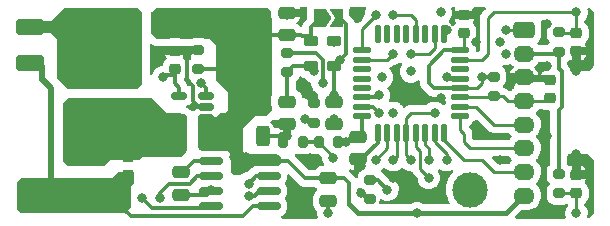
<source format=gbl>
%TF.GenerationSoftware,KiCad,Pcbnew,(6.0.5)*%
%TF.CreationDate,2022-09-08T00:21:15+12:00*%
%TF.ProjectId,OpenEFCS_electronics,4f70656e-4546-4435-935f-656c65637472,rev?*%
%TF.SameCoordinates,Original*%
%TF.FileFunction,Copper,L4,Bot*%
%TF.FilePolarity,Positive*%
%FSLAX46Y46*%
G04 Gerber Fmt 4.6, Leading zero omitted, Abs format (unit mm)*
G04 Created by KiCad (PCBNEW (6.0.5)) date 2022-09-08 00:21:15*
%MOMM*%
%LPD*%
G01*
G04 APERTURE LIST*
G04 Aperture macros list*
%AMRoundRect*
0 Rectangle with rounded corners*
0 $1 Rounding radius*
0 $2 $3 $4 $5 $6 $7 $8 $9 X,Y pos of 4 corners*
0 Add a 4 corners polygon primitive as box body*
4,1,4,$2,$3,$4,$5,$6,$7,$8,$9,$2,$3,0*
0 Add four circle primitives for the rounded corners*
1,1,$1+$1,$2,$3*
1,1,$1+$1,$4,$5*
1,1,$1+$1,$6,$7*
1,1,$1+$1,$8,$9*
0 Add four rect primitives between the rounded corners*
20,1,$1+$1,$2,$3,$4,$5,0*
20,1,$1+$1,$4,$5,$6,$7,0*
20,1,$1+$1,$6,$7,$8,$9,0*
20,1,$1+$1,$8,$9,$2,$3,0*%
%AMFreePoly0*
4,1,6,1.000000,0.000000,0.500000,-0.750000,-0.500000,-0.750000,-0.500000,0.750000,0.500000,0.750000,1.000000,0.000000,1.000000,0.000000,$1*%
%AMFreePoly1*
4,1,6,0.500000,-0.750000,-0.650000,-0.750000,-0.150000,0.000000,-0.650000,0.750000,0.500000,0.750000,0.500000,-0.750000,0.500000,-0.750000,$1*%
G04 Aperture macros list end*
%TA.AperFunction,ComponentPad*%
%ADD10RoundRect,0.291667X-0.608333X0.408333X-0.608333X-0.408333X0.608333X-0.408333X0.608333X0.408333X0*%
%TD*%
%TA.AperFunction,ComponentPad*%
%ADD11O,1.800000X1.400000*%
%TD*%
%TA.AperFunction,ComponentPad*%
%ADD12O,3.800000X3.000000*%
%TD*%
%TA.AperFunction,SMDPad,CuDef*%
%ADD13R,3.800000X3.400000*%
%TD*%
%TA.AperFunction,SMDPad,CuDef*%
%ADD14RoundRect,0.625000X1.875000X-0.625000X1.875000X0.625000X-1.875000X0.625000X-1.875000X-0.625000X0*%
%TD*%
%TA.AperFunction,SMDPad,CuDef*%
%ADD15RoundRect,0.225000X-0.250000X0.225000X-0.250000X-0.225000X0.250000X-0.225000X0.250000X0.225000X0*%
%TD*%
%TA.AperFunction,SMDPad,CuDef*%
%ADD16RoundRect,0.200000X0.275000X-0.200000X0.275000X0.200000X-0.275000X0.200000X-0.275000X-0.200000X0*%
%TD*%
%TA.AperFunction,SMDPad,CuDef*%
%ADD17RoundRect,0.250000X-0.475000X0.250000X-0.475000X-0.250000X0.475000X-0.250000X0.475000X0.250000X0*%
%TD*%
%TA.AperFunction,SMDPad,CuDef*%
%ADD18RoundRect,0.200000X-0.275000X0.200000X-0.275000X-0.200000X0.275000X-0.200000X0.275000X0.200000X0*%
%TD*%
%TA.AperFunction,SMDPad,CuDef*%
%ADD19RoundRect,0.250000X0.475000X-0.250000X0.475000X0.250000X-0.475000X0.250000X-0.475000X-0.250000X0*%
%TD*%
%TA.AperFunction,SMDPad,CuDef*%
%ADD20FreePoly0,0.000000*%
%TD*%
%TA.AperFunction,SMDPad,CuDef*%
%ADD21FreePoly1,0.000000*%
%TD*%
%TA.AperFunction,SMDPad,CuDef*%
%ADD22RoundRect,0.218750X-0.381250X0.218750X-0.381250X-0.218750X0.381250X-0.218750X0.381250X0.218750X0*%
%TD*%
%TA.AperFunction,SMDPad,CuDef*%
%ADD23RoundRect,0.150000X0.825000X0.150000X-0.825000X0.150000X-0.825000X-0.150000X0.825000X-0.150000X0*%
%TD*%
%TA.AperFunction,SMDPad,CuDef*%
%ADD24RoundRect,0.225000X0.250000X-0.225000X0.250000X0.225000X-0.250000X0.225000X-0.250000X-0.225000X0*%
%TD*%
%TA.AperFunction,SMDPad,CuDef*%
%ADD25RoundRect,0.200000X0.200000X0.275000X-0.200000X0.275000X-0.200000X-0.275000X0.200000X-0.275000X0*%
%TD*%
%TA.AperFunction,SMDPad,CuDef*%
%ADD26RoundRect,0.125000X0.625000X0.125000X-0.625000X0.125000X-0.625000X-0.125000X0.625000X-0.125000X0*%
%TD*%
%TA.AperFunction,SMDPad,CuDef*%
%ADD27RoundRect,0.125000X0.125000X0.625000X-0.125000X0.625000X-0.125000X-0.625000X0.125000X-0.625000X0*%
%TD*%
%TA.AperFunction,SMDPad,CuDef*%
%ADD28RoundRect,0.250000X-0.925000X0.412500X-0.925000X-0.412500X0.925000X-0.412500X0.925000X0.412500X0*%
%TD*%
%TA.AperFunction,SMDPad,CuDef*%
%ADD29RoundRect,0.250000X-0.312500X-0.625000X0.312500X-0.625000X0.312500X0.625000X-0.312500X0.625000X0*%
%TD*%
%TA.AperFunction,SMDPad,CuDef*%
%ADD30RoundRect,0.625000X-0.625000X-1.875000X0.625000X-1.875000X0.625000X1.875000X-0.625000X1.875000X0*%
%TD*%
%TA.AperFunction,SMDPad,CuDef*%
%ADD31RoundRect,0.150000X0.512500X0.150000X-0.512500X0.150000X-0.512500X-0.150000X0.512500X-0.150000X0*%
%TD*%
%TA.AperFunction,SMDPad,CuDef*%
%ADD32RoundRect,0.200000X-0.200000X-0.275000X0.200000X-0.275000X0.200000X0.275000X-0.200000X0.275000X0*%
%TD*%
%TA.AperFunction,ViaPad*%
%ADD33C,3.000000*%
%TD*%
%TA.AperFunction,ViaPad*%
%ADD34C,0.800000*%
%TD*%
%TA.AperFunction,Conductor*%
%ADD35C,0.350000*%
%TD*%
%TA.AperFunction,Conductor*%
%ADD36C,0.400000*%
%TD*%
%TA.AperFunction,Conductor*%
%ADD37C,0.250000*%
%TD*%
%TA.AperFunction,Conductor*%
%ADD38C,0.500000*%
%TD*%
G04 APERTURE END LIST*
D10*
%TO.P,J5,1,Pin_1*%
%TO.N,/Tracer-*%
X177550000Y24000000D03*
D11*
%TO.P,J5,2,Pin_2*%
%TO.N,+3V3*%
X177550000Y22000000D03*
%TO.P,J5,3,Pin_3*%
%TO.N,GNDREF*%
X177550000Y20000000D03*
%TO.P,J5,4,Pin_4*%
%TO.N,/AIN1*%
X177550000Y18000000D03*
%TO.P,J5,5,Pin_5*%
%TO.N,/AIN2*%
X177550000Y16000000D03*
%TO.P,J5,6,Pin_6*%
%TO.N,/D1{slash}Tx2*%
X177550000Y14000000D03*
%TO.P,J5,7,Pin_7*%
%TO.N,/D2{slash}Rx2*%
X177550000Y12000000D03*
%TO.P,J5,8,Pin_8*%
%TO.N,+15V*%
X177550000Y10000000D03*
%TD*%
D12*
%TO.P,F1,1*%
%TO.N,+15V*%
X153850000Y20800000D03*
D13*
X153850000Y22500000D03*
D12*
X153850000Y24200000D03*
%TO.P,F1,2*%
%TO.N,+BATT*%
X140150000Y24200000D03*
X140150000Y20800000D03*
D13*
X140150000Y22500000D03*
%TD*%
D14*
%TO.P,J4,1,Pin_1*%
%TO.N,GNDPWR*%
X137500000Y10000000D03*
%TD*%
D15*
%TO.P,C14,1*%
%TO.N,/M+*%
X144000000Y13275000D03*
%TO.P,C14,2*%
%TO.N,GNDPWR*%
X144000000Y11725000D03*
%TD*%
%TO.P,C11,1*%
%TO.N,/CONF*%
X182000000Y23775000D03*
%TO.P,C11,2*%
%TO.N,GNDREF*%
X182000000Y22225000D03*
%TD*%
D16*
%TO.P,R22,1*%
%TO.N,GNDREF*%
X164500000Y9675000D03*
%TO.P,R22,2*%
%TO.N,/BATT_SENSE*%
X164500000Y11325000D03*
%TD*%
D17*
%TO.P,C13,1*%
%TO.N,+3V3*%
X163500000Y14950000D03*
%TO.P,C13,2*%
%TO.N,GNDREF*%
X163500000Y13050000D03*
%TD*%
D14*
%TO.P,J3,1,Pin_1*%
%TO.N,/M+*%
X146000000Y15000000D03*
%TD*%
D15*
%TO.P,C18,1*%
%TO.N,GNDREF*%
X148000000Y22275000D03*
%TO.P,C18,2*%
%TO.N,+3V3*%
X148000000Y20725000D03*
%TD*%
D18*
%TO.P,R4,1*%
%TO.N,Net-(R4-Pad1)*%
X157500000Y22075000D03*
%TO.P,R4,2*%
%TO.N,Net-(C4-Pad1)*%
X157500000Y20425000D03*
%TD*%
D19*
%TO.P,C17,1*%
%TO.N,/M+*%
X148500000Y10050000D03*
%TO.P,C17,2*%
%TO.N,Net-(C17-Pad2)*%
X148500000Y11950000D03*
%TD*%
D20*
%TO.P,JP1,1,A*%
%TO.N,+15V*%
X160275000Y25000000D03*
D21*
%TO.P,JP1,2,B*%
%TO.N,+5V*%
X161725000Y25000000D03*
%TD*%
D22*
%TO.P,L2,1,1*%
%TO.N,Net-(C8-Pad2)*%
X161500000Y23062500D03*
%TO.P,L2,2,2*%
%TO.N,+5V*%
X161500000Y20937500D03*
%TD*%
D23*
%TO.P,U4,1,VCC*%
%TO.N,+15V*%
X155975000Y12905000D03*
%TO.P,U4,2,HIN*%
%TO.N,/PWMH*%
X155975000Y11635000D03*
%TO.P,U4,3,~{LIN}*%
%TO.N,/PWML*%
X155975000Y10365000D03*
%TO.P,U4,4,COM*%
%TO.N,GNDPWR*%
X155975000Y9095000D03*
%TO.P,U4,5,LO*%
%TO.N,/HB_LOW*%
X151025000Y9095000D03*
%TO.P,U4,6,VS*%
%TO.N,/M+*%
X151025000Y10365000D03*
%TO.P,U4,7,HO*%
%TO.N,/HB_HIGH*%
X151025000Y11635000D03*
%TO.P,U4,8,VB*%
%TO.N,Net-(C17-Pad2)*%
X151025000Y12905000D03*
%TD*%
D17*
%TO.P,C16,1*%
%TO.N,+15V*%
X161000000Y11450000D03*
%TO.P,C16,2*%
%TO.N,GNDPWR*%
X161000000Y9550000D03*
%TD*%
D18*
%TO.P,R6,1*%
%TO.N,GNDREF*%
X159750000Y17825000D03*
%TO.P,R6,2*%
%TO.N,Net-(R5-Pad1)*%
X159750000Y16175000D03*
%TD*%
D24*
%TO.P,C9,1*%
%TO.N,+3V3*%
X172500000Y23725000D03*
%TO.P,C9,2*%
%TO.N,GNDREF*%
X172500000Y25275000D03*
%TD*%
D25*
%TO.P,TH1,1*%
%TO.N,/NTC*%
X158825000Y14500000D03*
%TO.P,TH1,2*%
%TO.N,GNDREF*%
X157175000Y14500000D03*
%TD*%
D26*
%TO.P,U1,1,VDD*%
%TO.N,+3V3*%
X172175000Y22300000D03*
%TO.P,U1,2,PF0*%
%TO.N,/CONF*%
X172175000Y21500000D03*
%TO.P,U1,3,PF1*%
%TO.N,unconnected-(U1-Pad3)*%
X172175000Y20700000D03*
%TO.P,U1,4,NRST*%
%TO.N,/RESET*%
X172175000Y19900000D03*
%TO.P,U1,5,VDDA*%
%TO.N,+3V3*%
X172175000Y19100000D03*
%TO.P,U1,6,PA0*%
%TO.N,/AIN1*%
X172175000Y18300000D03*
%TO.P,U1,7,PA1*%
%TO.N,/AIN2*%
X172175000Y17500000D03*
%TO.P,U1,8,PA2*%
%TO.N,/D1{slash}Tx2*%
X172175000Y16700000D03*
D27*
%TO.P,U1,9,PA3*%
%TO.N,/D2{slash}Rx2*%
X170800000Y15325000D03*
%TO.P,U1,10,PA4*%
%TO.N,/PREC*%
X170000000Y15325000D03*
%TO.P,U1,11,PA5*%
%TO.N,/PWMH*%
X169200000Y15325000D03*
%TO.P,U1,12,PA6*%
%TO.N,/PWML*%
X168400000Y15325000D03*
%TO.P,U1,13,PA7*%
%TO.N,/ISENSE_RUN_LP*%
X167600000Y15325000D03*
%TO.P,U1,14,PB0*%
%TO.N,/NTC*%
X166800000Y15325000D03*
%TO.P,U1,15,PB1*%
%TO.N,/BATT_SENSE*%
X166000000Y15325000D03*
%TO.P,U1,16,VSS*%
%TO.N,GNDREF*%
X165200000Y15325000D03*
D26*
%TO.P,U1,17,VDDIO2*%
%TO.N,+3V3*%
X163825000Y16700000D03*
%TO.P,U1,18,PA8*%
%TO.N,/LED0*%
X163825000Y17500000D03*
%TO.P,U1,19,PA9*%
%TO.N,/LED1*%
X163825000Y18300000D03*
%TO.P,U1,20,PA10*%
%TO.N,unconnected-(U1-Pad20)*%
X163825000Y19100000D03*
%TO.P,U1,21,PA11*%
%TO.N,unconnected-(U1-Pad21)*%
X163825000Y19900000D03*
%TO.P,U1,22,PA12*%
%TO.N,unconnected-(U1-Pad22)*%
X163825000Y20700000D03*
%TO.P,U1,23,PA13*%
%TO.N,/SWDIO*%
X163825000Y21500000D03*
%TO.P,U1,24,PA14*%
%TO.N,/SWCLK*%
X163825000Y22300000D03*
D27*
%TO.P,U1,25,PA15*%
%TO.N,unconnected-(U1-Pad25)*%
X165200000Y23675000D03*
%TO.P,U1,26,PB3*%
%TO.N,unconnected-(U1-Pad26)*%
X166000000Y23675000D03*
%TO.P,U1,27,PB4*%
%TO.N,unconnected-(U1-Pad27)*%
X166800000Y23675000D03*
%TO.P,U1,28,PB5*%
%TO.N,unconnected-(U1-Pad28)*%
X167600000Y23675000D03*
%TO.P,U1,29,PB6*%
%TO.N,/Tracer*%
X168400000Y23675000D03*
%TO.P,U1,30,PB7*%
%TO.N,unconnected-(U1-Pad30)*%
X169200000Y23675000D03*
%TO.P,U1,31,PB8*%
%TO.N,/BOOT0*%
X170000000Y23675000D03*
%TO.P,U1,32,VSSA*%
%TO.N,GNDREF*%
X170800000Y23675000D03*
%TD*%
D24*
%TO.P,C3,1*%
%TO.N,/AIN1*%
X179750000Y18225000D03*
%TO.P,C3,2*%
%TO.N,GNDREF*%
X179750000Y19775000D03*
%TD*%
D19*
%TO.P,C2,1*%
%TO.N,+15V*%
X157500000Y23550000D03*
%TO.P,C2,2*%
%TO.N,GNDREF*%
X157500000Y25450000D03*
%TD*%
D28*
%TO.P,CIN1,1*%
%TO.N,+BATT*%
X135750000Y24287500D03*
%TO.P,CIN1,2*%
%TO.N,GNDPWR*%
X135750000Y21212500D03*
%TD*%
D29*
%TO.P,TJ1,1*%
%TO.N,+15V*%
X152537500Y15000000D03*
%TO.P,TJ1,2*%
%TO.N,GNDREF*%
X155462500Y15000000D03*
%TD*%
D16*
%TO.P,R3,1*%
%TO.N,/AIN1*%
X175000000Y18425000D03*
%TO.P,R3,2*%
%TO.N,+3V3*%
X175000000Y20075000D03*
%TD*%
D30*
%TO.P,J1,1,Pin_1*%
%TO.N,+BATT*%
X143500000Y22500000D03*
%TD*%
D18*
%TO.P,R9,1*%
%TO.N,/CONF*%
X180500000Y23825000D03*
%TO.P,R9,2*%
%TO.N,+3V3*%
X180500000Y22175000D03*
%TD*%
D14*
%TO.P,J2,1,Pin_1*%
%TO.N,GNDPWR*%
X141250000Y10000000D03*
%TD*%
D22*
%TO.P,L1,1,1*%
%TO.N,+15V*%
X159500000Y23062500D03*
%TO.P,L1,2,2*%
%TO.N,Net-(C4-Pad1)*%
X159500000Y20937500D03*
%TD*%
D18*
%TO.P,R17,1*%
%TO.N,GNDREF*%
X150000000Y22325000D03*
%TO.P,R17,2*%
%TO.N,+15V*%
X150000000Y20675000D03*
%TD*%
D31*
%TO.P,U5,1*%
%TO.N,/ISENSE_RUN*%
X150637500Y18450000D03*
%TO.P,U5,2,GND*%
%TO.N,GNDREF*%
X150637500Y17500000D03*
%TO.P,U5,3,+*%
%TO.N,+15V*%
X150637500Y16550000D03*
%TO.P,U5,4,-*%
%TO.N,/M+*%
X148362500Y16550000D03*
%TO.P,U5,5,V+*%
%TO.N,+3V3*%
X148362500Y18450000D03*
%TD*%
D24*
%TO.P,C7,1*%
%TO.N,/PREC*%
X182000000Y10225000D03*
%TO.P,C7,2*%
%TO.N,GNDREF*%
X182000000Y11775000D03*
%TD*%
D32*
%TO.P,R19,1*%
%TO.N,/NTC*%
X160175000Y14500000D03*
%TO.P,R19,2*%
%TO.N,+3V3*%
X161825000Y14500000D03*
%TD*%
D17*
%TO.P,C4,1*%
%TO.N,Net-(C4-Pad1)*%
X157500000Y17950000D03*
%TO.P,C4,2*%
%TO.N,GNDREF*%
X157500000Y16050000D03*
%TD*%
%TO.P,C10,1*%
%TO.N,+5V*%
X161500000Y17950000D03*
%TO.P,C10,2*%
%TO.N,GNDREF*%
X161500000Y16050000D03*
%TD*%
D16*
%TO.P,R7,1*%
%TO.N,/PREC*%
X180500000Y10175000D03*
%TO.P,R7,2*%
%TO.N,+3V3*%
X180500000Y11825000D03*
%TD*%
D33*
%TO.N,*%
X173000000Y10500000D03*
D34*
%TO.N,+15V*%
X153000000Y15250000D03*
X152000000Y14250000D03*
X153000000Y17250000D03*
X153000000Y18250000D03*
X153000000Y13250000D03*
X155000000Y17250000D03*
X155000000Y18250000D03*
X154000000Y13250000D03*
X168500000Y8500000D03*
X154000000Y17250000D03*
X152000000Y15250000D03*
X154000000Y18250000D03*
X153000000Y14250000D03*
%TO.N,/M+*%
X147000000Y15500000D03*
X144000000Y15500000D03*
X145000000Y15500000D03*
X146000000Y14500000D03*
X151025000Y10500000D03*
X146000000Y15500000D03*
X147000000Y14500000D03*
X145000000Y14500000D03*
X144000000Y14500000D03*
X148000000Y15500000D03*
X148000000Y14500000D03*
%TO.N,+3V3*%
X165500000Y20000000D03*
X176000000Y22000000D03*
X147000000Y20000000D03*
X162500000Y14500000D03*
X174000000Y20000000D03*
%TO.N,/LED0*%
X165250000Y17000000D03*
%TO.N,/LED1*%
X165250000Y18500000D03*
%TO.N,/Tracer-*%
X176000000Y24000000D03*
%TO.N,/BOOT0*%
X168000000Y22000000D03*
%TO.N,/RESET*%
X168000000Y20500000D03*
X171000000Y20000000D03*
%TO.N,+5V*%
X161500000Y18500000D03*
X162000000Y21500000D03*
%TO.N,/CONF*%
X182000000Y25500000D03*
%TO.N,/HB_HIGH*%
X146750000Y9750000D03*
%TO.N,/HB_LOW*%
X145250000Y9750000D03*
%TO.N,/Tracer*%
X166500000Y25250000D03*
%TO.N,/ISENSE_RUN_LP*%
X170000000Y17000000D03*
X168000000Y13000000D03*
%TO.N,/BATT_SENSE*%
X166000000Y10500000D03*
X165000000Y13000000D03*
%TO.N,/SWDIO*%
X166500000Y22000000D03*
%TO.N,/SWCLK*%
X164997817Y25250000D03*
%TO.N,GNDPWR*%
X136500000Y9500000D03*
X139500000Y10750000D03*
X137500000Y9500000D03*
X141500000Y9500000D03*
X135250000Y10750000D03*
X135250000Y9500000D03*
X138500000Y9500000D03*
X141500000Y10750000D03*
X138500000Y10750000D03*
X140500000Y9500000D03*
X140500000Y10750000D03*
X137500000Y10750000D03*
X139500000Y9500000D03*
X161000000Y8500000D03*
X136250000Y10750000D03*
%TO.N,GNDREF*%
X173500000Y23000000D03*
X179500000Y24500000D03*
X170500000Y18250000D03*
X175500000Y13000000D03*
X182000000Y20500000D03*
X179500000Y9000000D03*
X163750000Y10250000D03*
X182000000Y13500000D03*
X175500000Y23000000D03*
X169750000Y9750000D03*
X163750000Y12500000D03*
X171000000Y24000000D03*
X179500000Y15000000D03*
X159000000Y9250000D03*
X173500000Y25500000D03*
X161500000Y16500000D03*
X173500000Y16000000D03*
X179500000Y21000000D03*
X166500000Y11500000D03*
X157500000Y15000000D03*
X163487701Y25012299D03*
X159400000Y13200000D03*
X176500000Y19500000D03*
X159250000Y18500000D03*
X149000000Y22000000D03*
X157500000Y25250000D03*
%TO.N,Net-(Q1-Pad1)*%
X170500000Y25500000D03*
%TO.N,Net-(R4-Pad1)*%
X160500000Y19503361D03*
%TO.N,/NTC*%
X161400000Y13200000D03*
X166500000Y13000000D03*
%TO.N,/ISENSE_RUN*%
X150250000Y19500000D03*
X166500000Y17000000D03*
%TO.N,/PWMH*%
X169500000Y13000000D03*
X154250000Y11000000D03*
%TO.N,/PWML*%
X169500000Y11500000D03*
X154250000Y10000000D03*
%TO.N,/PREC*%
X182000000Y8500000D03*
X171000000Y13000000D03*
%TO.N,Net-(R5-Pad1)*%
X159000000Y16500000D03*
%TO.N,Net-(C4-Pad1)*%
X159750000Y20500000D03*
%TO.N,Net-(C8-Pad2)*%
X161500000Y23000000D03*
%TO.N,Net-(C17-Pad2)*%
X148250000Y12000000D03*
%TD*%
D35*
%TO.N,+15V*%
X150075000Y20750000D02*
X153800000Y20750000D01*
X159500000Y24225000D02*
X160275000Y25000000D01*
D36*
X177550000Y10000000D02*
X177500000Y10000000D01*
D35*
X159050000Y11450000D02*
X157595000Y12905000D01*
X157500000Y23550000D02*
X154900000Y23550000D01*
D36*
X176000000Y8500000D02*
X163500000Y8500000D01*
D35*
X154900000Y23550000D02*
X153850000Y22500000D01*
D36*
X177500000Y10000000D02*
X176000000Y8500000D01*
D35*
X162725489Y9250000D02*
X162725489Y11024511D01*
X159500000Y23500000D02*
X159500000Y24225000D01*
X150000000Y20675000D02*
X150075000Y20750000D01*
X153800000Y20750000D02*
X153850000Y20800000D01*
D36*
X163500000Y8500000D02*
X162750000Y9250000D01*
D35*
X159500000Y23062500D02*
X159500000Y23500000D01*
X161000000Y11450000D02*
X159050000Y11450000D01*
X162725489Y11024511D02*
X162300000Y11450000D01*
X157500000Y23550000D02*
X158700000Y23550000D01*
X157595000Y12905000D02*
X155975000Y12905000D01*
X158750000Y23500000D02*
X159500000Y23500000D01*
X162300000Y11450000D02*
X161000000Y11450000D01*
X158700000Y23550000D02*
X158750000Y23500000D01*
%TO.N,/M+*%
X148000000Y15500000D02*
X148000000Y16187500D01*
X151025000Y10365000D02*
X150710000Y10050000D01*
X148000000Y16187500D02*
X148362500Y16550000D01*
X151025000Y10500000D02*
X151025000Y10365000D01*
X148050000Y16550000D02*
X147000000Y15500000D01*
X150710000Y10050000D02*
X148500000Y10050000D01*
X148362500Y16550000D02*
X148050000Y16550000D01*
D37*
%TO.N,+3V3*%
X172175000Y22300000D02*
X172300000Y22300000D01*
D35*
X147225000Y20225000D02*
X147000000Y20000000D01*
D37*
X174000000Y19500000D02*
X173600000Y19100000D01*
D35*
X172175000Y19100000D02*
X172174989Y19100011D01*
X175000000Y20075000D02*
X174075000Y20075000D01*
X180500000Y22175000D02*
X180500000Y20750000D01*
X163825000Y16700000D02*
X163825000Y15275000D01*
X162500000Y14500000D02*
X162950000Y14950000D01*
X162950000Y14950000D02*
X163500000Y14950000D01*
D37*
X174000000Y20000000D02*
X174000000Y19500000D01*
D35*
X169900000Y19100000D02*
X169500000Y19500000D01*
X169500000Y21000000D02*
X169500000Y19500000D01*
X177550000Y22000000D02*
X180325000Y22000000D01*
X163825000Y15275000D02*
X163500000Y14950000D01*
X174075000Y20075000D02*
X174000000Y20000000D01*
D37*
X173600000Y19100000D02*
X172175000Y19100000D01*
D35*
X180325000Y22000000D02*
X180500000Y22175000D01*
X148000000Y20225000D02*
X148000000Y19500000D01*
X172175000Y19100000D02*
X169900000Y19100000D01*
D37*
X172300000Y22300000D02*
X172500000Y22500000D01*
D35*
X180750000Y20500000D02*
X180750000Y17500000D01*
X162500000Y14500000D02*
X161825000Y14500000D01*
X148000000Y19500000D02*
X148362500Y19137500D01*
D37*
X172500000Y23725000D02*
X172500000Y22500000D01*
D35*
X148362500Y19137500D02*
X148362500Y18450000D01*
X170800000Y22300000D02*
X169500000Y21000000D01*
X148000000Y20225000D02*
X147225000Y20225000D01*
X180500000Y20750000D02*
X180750000Y20500000D01*
X180500000Y17250000D02*
X180500000Y11825000D01*
X180750000Y17500000D02*
X180500000Y17250000D01*
X172175000Y22300000D02*
X170800000Y22300000D01*
%TO.N,/LED0*%
X163825000Y17500000D02*
X164750000Y17500000D01*
X164750000Y17500000D02*
X165250000Y17000000D01*
%TO.N,/LED1*%
X165250000Y18500000D02*
X165050000Y18300000D01*
X165050000Y18300000D02*
X163825000Y18300000D01*
D37*
%TO.N,/AIN1*%
X179525000Y18000000D02*
X179750000Y18225000D01*
X172175000Y18300000D02*
X174875000Y18300000D01*
X175000000Y18425000D02*
X175787500Y18425000D01*
X175787500Y18425000D02*
X176212500Y18000000D01*
X174875000Y18300000D02*
X175000000Y18425000D01*
X177550000Y18000000D02*
X179525000Y18000000D01*
X176212500Y18000000D02*
X177550000Y18000000D01*
%TO.N,/AIN2*%
X173500000Y17500000D02*
X172175000Y17500000D01*
X175000000Y16000000D02*
X173500000Y17500000D01*
X177550000Y16000000D02*
X175000000Y16000000D01*
%TO.N,/Tracer-*%
X177550000Y24000000D02*
X176000000Y24000000D01*
%TO.N,/BOOT0*%
X168000000Y22000000D02*
X169500000Y22000000D01*
X169500000Y22000000D02*
X170000000Y22500000D01*
X170000000Y22500000D02*
X170000000Y23675000D01*
%TO.N,/RESET*%
X171100000Y19900000D02*
X172175000Y19900000D01*
X171000000Y20000000D02*
X171100000Y19900000D01*
D35*
%TO.N,+5V*%
X162500000Y22000000D02*
X162000000Y21500000D01*
X161500000Y18500000D02*
X161500000Y20937500D01*
X162000000Y25000000D02*
X162500000Y24500000D01*
X162000000Y21500000D02*
X162000000Y21437500D01*
X162000000Y21437500D02*
X161500000Y20937500D01*
X161725000Y25000000D02*
X162000000Y25000000D01*
X162500000Y24500000D02*
X162500000Y22000000D01*
D37*
%TO.N,/CONF*%
X182000000Y23775000D02*
X180550000Y23775000D01*
X175000000Y25500000D02*
X182000000Y25500000D01*
X174000000Y21500000D02*
X174500000Y22000000D01*
X174500000Y22000000D02*
X174500000Y25000000D01*
X180550000Y23775000D02*
X180500000Y23825000D01*
X174500000Y25000000D02*
X175000000Y25500000D01*
X182000000Y23775000D02*
X182000000Y25500000D01*
X172175000Y21500000D02*
X174000000Y21500000D01*
D35*
%TO.N,/HB_HIGH*%
X149885000Y11635000D02*
X151025000Y11635000D01*
X147500000Y11000000D02*
X146750000Y10250000D01*
X146750000Y9750000D02*
X146750000Y10250000D01*
X149250000Y11000000D02*
X149885000Y11635000D01*
X147500000Y11000000D02*
X149250000Y11000000D01*
%TO.N,/HB_LOW*%
X150905489Y8975489D02*
X151025000Y9095000D01*
X146024511Y8975489D02*
X150905489Y8975489D01*
X145250000Y9750000D02*
X146024511Y8975489D01*
D37*
%TO.N,/Tracer*%
X166500000Y25250000D02*
X168000000Y25250000D01*
X168400000Y24850000D02*
X168400000Y23675000D01*
X168000000Y25250000D02*
X168400000Y24850000D01*
%TO.N,/ISENSE_RUN_LP*%
X168000000Y13000000D02*
X167600000Y13400000D01*
X167600000Y13400000D02*
X167600000Y15325000D01*
X168000000Y17000000D02*
X170000000Y17000000D01*
X167600000Y15325000D02*
X167600000Y16600000D01*
X167600000Y16600000D02*
X168000000Y17000000D01*
%TO.N,/BATT_SENSE*%
X165000000Y13000000D02*
X166000000Y14000000D01*
X166000000Y14000000D02*
X166000000Y15325000D01*
D35*
X166000000Y10500000D02*
X165825000Y10500000D01*
X165175000Y11325000D02*
X166000000Y10500000D01*
X164500000Y11325000D02*
X165175000Y11325000D01*
D37*
%TO.N,/D1{slash}Tx2*%
X177550000Y14000000D02*
X173000000Y14000000D01*
X172500000Y14500000D02*
X172500000Y15250000D01*
X172175000Y15575000D02*
X172175000Y16700000D01*
X172500000Y15250000D02*
X172175000Y15575000D01*
X173000000Y14000000D02*
X172500000Y14500000D01*
%TO.N,/D2{slash}Rx2*%
X175000000Y12000000D02*
X174000000Y13000000D01*
X172500000Y13000000D02*
X170800000Y14700000D01*
X177550000Y12000000D02*
X175000000Y12000000D01*
X170800000Y14700000D02*
X170800000Y15325000D01*
X174000000Y13000000D02*
X172500000Y13000000D01*
%TO.N,/SWDIO*%
X163825000Y21500000D02*
X166000000Y21500000D01*
X166000000Y21500000D02*
X166500000Y22000000D01*
%TO.N,/SWCLK*%
X163825000Y24077183D02*
X163825000Y22300000D01*
X164997817Y25250000D02*
X163825000Y24077183D01*
D38*
%TO.N,GNDPWR*%
X136537500Y21212500D02*
X135750000Y21212500D01*
D35*
X153750000Y8250000D02*
X144250000Y8250000D01*
X155975000Y9095000D02*
X154595000Y9095000D01*
X144250000Y8250000D02*
X142500000Y10000000D01*
X154595000Y9095000D02*
X153750000Y8250000D01*
X142500000Y10000000D02*
X141250000Y10000000D01*
D38*
X135750000Y21000000D02*
X135750000Y21212500D01*
D35*
X161000000Y8500000D02*
X161000000Y9550000D01*
%TO.N,GNDREF*%
X157500000Y15037507D02*
X157500000Y16050000D01*
X164500000Y9675000D02*
X164325000Y9675000D01*
X149000000Y22000000D02*
X149000000Y19750000D01*
X165200000Y15325000D02*
X165200000Y14475000D01*
X149000000Y22000000D02*
X149000000Y22250000D01*
X148050000Y22325000D02*
X148000000Y22275000D01*
X177775000Y19775000D02*
X177550000Y20000000D01*
D37*
X171000000Y24000000D02*
X171000000Y23875000D01*
X163500000Y12750000D02*
X163750000Y12500000D01*
D35*
X164325000Y9675000D02*
X163750000Y10250000D01*
X157500000Y25250000D02*
X157500000Y25450000D01*
X149075000Y22325000D02*
X148050000Y22325000D01*
X179750000Y19775000D02*
X177775000Y19775000D01*
X149500000Y18000000D02*
X150000000Y17500000D01*
D37*
X163500000Y13050000D02*
X163500000Y12750000D01*
D35*
X157500000Y15000000D02*
X155462500Y15000000D01*
X182000000Y11775000D02*
X182000000Y13500000D01*
X182000000Y22225000D02*
X182000000Y20500000D01*
X159250000Y18325000D02*
X159250000Y18500000D01*
X179525000Y20000000D02*
X179750000Y19775000D01*
X177550000Y20000000D02*
X179525000Y20000000D01*
X149000000Y22250000D02*
X149075000Y22325000D01*
X149500000Y19250000D02*
X149500000Y18000000D01*
X150000000Y17500000D02*
X150637500Y17500000D01*
X149000000Y19750000D02*
X149500000Y19250000D01*
D37*
X157175000Y15000000D02*
X157500000Y15000000D01*
D35*
X163775000Y13050000D02*
X163500000Y13050000D01*
X150000000Y22325000D02*
X149075000Y22325000D01*
D37*
X171000000Y23875000D02*
X170800000Y23675000D01*
D35*
X165200000Y14475000D02*
X163775000Y13050000D01*
%TO.N,Net-(R4-Pad1)*%
X160524511Y21475489D02*
X159925000Y22075000D01*
X159925000Y22075000D02*
X157500000Y22075000D01*
X160524511Y19527872D02*
X160524511Y21475489D01*
X160500000Y19503361D02*
X160524511Y19527872D01*
D37*
%TO.N,/NTC*%
X161400000Y13275000D02*
X160175000Y14500000D01*
X166800000Y13300000D02*
X166800000Y15325000D01*
X161400000Y13200000D02*
X161400000Y13275000D01*
D35*
X160175000Y14500000D02*
X158825000Y14500000D01*
D37*
X166500000Y13000000D02*
X166800000Y13300000D01*
D35*
%TO.N,/ISENSE_RUN*%
X150250000Y19500000D02*
X150637500Y19112500D01*
X150637500Y19112500D02*
X150637500Y18450000D01*
%TO.N,/PWMH*%
X154885000Y11635000D02*
X154250000Y11000000D01*
X155975000Y11635000D02*
X154885000Y11635000D01*
D37*
X169500000Y14000000D02*
X169200000Y14300000D01*
X169200000Y14300000D02*
X169200000Y15325000D01*
X169500000Y13000000D02*
X169500000Y14000000D01*
%TO.N,/PWML*%
X168724511Y12275489D02*
X169500000Y11500000D01*
D35*
X155115000Y10365000D02*
X154750000Y10000000D01*
X155365000Y10365000D02*
X155115000Y10365000D01*
X154750000Y10000000D02*
X154250000Y10000000D01*
D37*
X168724511Y13775489D02*
X168724511Y12275489D01*
X168400000Y15325000D02*
X168400000Y14100000D01*
D35*
X155975000Y10365000D02*
X155365000Y10365000D01*
D37*
X168400000Y14100000D02*
X168724511Y13775489D01*
%TO.N,/PREC*%
X170000000Y15325000D02*
X170000000Y14500000D01*
X170000000Y14500000D02*
X171000000Y13500000D01*
X182000000Y10225000D02*
X182000000Y8500000D01*
X180500000Y10175000D02*
X181950000Y10175000D01*
X171000000Y13500000D02*
X171000000Y13000000D01*
X181950000Y10175000D02*
X182000000Y10225000D01*
D35*
%TO.N,Net-(R5-Pad1)*%
X159325000Y16175000D02*
X159000000Y16500000D01*
X159750000Y16175000D02*
X159325000Y16175000D01*
%TO.N,Net-(C4-Pad1)*%
X157500000Y18450000D02*
X157500000Y20425000D01*
X159500000Y20750000D02*
X159750000Y20500000D01*
X158012500Y20937500D02*
X159500000Y20937500D01*
X157500000Y20425000D02*
X158012500Y20937500D01*
X159500000Y20750000D02*
X159500000Y20937500D01*
%TO.N,Net-(C17-Pad2)*%
X148700000Y11950000D02*
X149655000Y12905000D01*
X148250000Y12000000D02*
X148300000Y11950000D01*
X148300000Y11950000D02*
X148500000Y11950000D01*
X148500000Y11950000D02*
X148700000Y11950000D01*
X149655000Y12905000D02*
X151025000Y12905000D01*
%TD*%
%TA.AperFunction,Conductor*%
%TO.N,/M+*%
G36*
X146015677Y18230315D02*
G01*
X146036319Y18213681D01*
X147250000Y17000000D01*
X148448638Y17000000D01*
X148515677Y16980315D01*
X148536319Y16963681D01*
X148963681Y16536319D01*
X148997166Y16474996D01*
X149000000Y16448638D01*
X149000000Y13801362D01*
X148980315Y13734323D01*
X148963681Y13713681D01*
X148536319Y13286319D01*
X148474996Y13252834D01*
X148448638Y13250000D01*
X145250000Y13250000D01*
X145036319Y13036319D01*
X144974996Y13002834D01*
X144948638Y13000000D01*
X142500000Y13000000D01*
X142036319Y12536319D01*
X141974996Y12502834D01*
X141948638Y12500000D01*
X139051362Y12500000D01*
X138984323Y12519685D01*
X138963681Y12536319D01*
X138536319Y12963681D01*
X138502834Y13025004D01*
X138500000Y13051362D01*
X138500000Y17698638D01*
X138519685Y17765677D01*
X138536319Y17786319D01*
X138963681Y18213681D01*
X139025004Y18247166D01*
X139051362Y18250000D01*
X145948638Y18250000D01*
X146015677Y18230315D01*
G37*
%TD.AperFunction*%
%TD*%
%TA.AperFunction,Conductor*%
%TO.N,+BATT*%
G36*
X144866431Y25879498D02*
G01*
X144887405Y25862595D01*
X145213095Y25536905D01*
X145247121Y25474593D01*
X145250000Y25447810D01*
X145250000Y19552190D01*
X145229998Y19484069D01*
X145213095Y19463095D01*
X144786905Y19036905D01*
X144724593Y19002879D01*
X144697810Y19000000D01*
X139052190Y19000000D01*
X138984069Y19020002D01*
X138963095Y19036905D01*
X138036905Y19963095D01*
X138002879Y20025407D01*
X138000000Y20052190D01*
X138000000Y23250000D01*
X137500000Y23750000D01*
X134876000Y23750000D01*
X134807879Y23770002D01*
X134761386Y23823658D01*
X134750000Y23876000D01*
X134750000Y24624000D01*
X134770002Y24692121D01*
X134823658Y24738614D01*
X134876000Y24750000D01*
X137500000Y24750000D01*
X138612595Y25862595D01*
X138674907Y25896621D01*
X138701690Y25899500D01*
X144798310Y25899500D01*
X144866431Y25879498D01*
G37*
%TD.AperFunction*%
%TD*%
%TA.AperFunction,Conductor*%
%TO.N,GNDREF*%
G36*
X157705701Y11767840D02*
G01*
X157712180Y11761808D01*
X158491449Y10982539D01*
X158503637Y10968357D01*
X158515791Y10951842D01*
X158521281Y10947178D01*
X158554207Y10919205D01*
X158561603Y10912385D01*
X158566949Y10907039D01*
X158588251Y10890185D01*
X158591549Y10887481D01*
X158644720Y10842308D01*
X158651139Y10839030D01*
X158655776Y10835938D01*
X158660520Y10833008D01*
X158666175Y10828534D01*
X158672707Y10825481D01*
X158672709Y10825480D01*
X158729376Y10798995D01*
X158733263Y10797095D01*
X158788971Y10768650D01*
X158795389Y10765373D01*
X158802386Y10763661D01*
X158807623Y10761713D01*
X158812914Y10759953D01*
X158819438Y10756904D01*
X158826489Y10755437D01*
X158826490Y10755437D01*
X158887755Y10742694D01*
X158891965Y10741741D01*
X158959717Y10725162D01*
X158965225Y10724820D01*
X158965227Y10724820D01*
X158970388Y10724500D01*
X158970387Y10724476D01*
X158974691Y10724217D01*
X158978015Y10723920D01*
X158985069Y10722453D01*
X159059056Y10724455D01*
X159062410Y10724500D01*
X159820567Y10724500D01*
X159887606Y10704815D01*
X159917475Y10677862D01*
X159940991Y10648405D01*
X159955380Y10630380D01*
X159997311Y10596907D01*
X160037421Y10539699D01*
X160040236Y10469886D01*
X160004860Y10409634D01*
X159997318Y10403099D01*
X159955380Y10369620D01*
X159843336Y10229266D01*
X159765173Y10067577D01*
X159763613Y10060820D01*
X159730692Y9918221D01*
X159724774Y9892589D01*
X159724500Y9887837D01*
X159724501Y9212164D01*
X159724774Y9207411D01*
X159765173Y9032423D01*
X159843336Y8870734D01*
X159955380Y8730380D01*
X160006480Y8689587D01*
X160046590Y8632381D01*
X160052344Y8578859D01*
X160044994Y8513335D01*
X160060592Y8327586D01*
X160062261Y8321765D01*
X160062263Y8321755D01*
X160094687Y8208679D01*
X160094244Y8138811D01*
X160056097Y8080274D01*
X159992359Y8051653D01*
X159975491Y8050500D01*
X157098595Y8050500D01*
X157031556Y8070185D01*
X156985801Y8122989D01*
X156975857Y8192147D01*
X157004882Y8255703D01*
X157061514Y8292826D01*
X157066578Y8294413D01*
X157090383Y8301873D01*
X157096775Y8305744D01*
X157096779Y8305746D01*
X157229013Y8385830D01*
X157235408Y8389703D01*
X157355297Y8509592D01*
X157398165Y8580376D01*
X157439254Y8648221D01*
X157439256Y8648225D01*
X157443127Y8654617D01*
X157493829Y8816406D01*
X157500500Y8889007D01*
X157500499Y9300992D01*
X157493829Y9373594D01*
X157485968Y9398680D01*
X157468761Y9453584D01*
X157443127Y9535383D01*
X157439256Y9541775D01*
X157439254Y9541779D01*
X157364165Y9665765D01*
X157346274Y9733305D01*
X157364165Y9794235D01*
X157439254Y9918221D01*
X157439256Y9918225D01*
X157443127Y9924617D01*
X157493829Y10086406D01*
X157500500Y10159007D01*
X157500499Y10570992D01*
X157494870Y10632262D01*
X157494431Y10637042D01*
X157494431Y10637043D01*
X157493829Y10643594D01*
X157491514Y10650983D01*
X157474643Y10704815D01*
X157443127Y10805383D01*
X157439256Y10811775D01*
X157439254Y10811779D01*
X157364165Y10935765D01*
X157346274Y11003305D01*
X157364165Y11064235D01*
X157439254Y11188221D01*
X157439256Y11188225D01*
X157443127Y11194617D01*
X157493829Y11356406D01*
X157500500Y11429007D01*
X157500499Y11674127D01*
X157520183Y11741166D01*
X157572987Y11786921D01*
X157642146Y11796865D01*
X157705701Y11767840D01*
G37*
%TD.AperFunction*%
%TA.AperFunction,Conductor*%
G36*
X179140997Y17312139D02*
G01*
X179240779Y17263902D01*
X179247533Y17262343D01*
X179247535Y17262342D01*
X179405186Y17225946D01*
X179410302Y17224765D01*
X179414898Y17224500D01*
X179650500Y17224500D01*
X179717539Y17204815D01*
X179763294Y17152011D01*
X179774500Y17100500D01*
X179774500Y12687344D01*
X179754815Y12620305D01*
X179738258Y12599739D01*
X179638919Y12500226D01*
X179632016Y12493311D01*
X179628237Y12487180D01*
X179628236Y12487179D01*
X179611376Y12459827D01*
X179540186Y12344334D01*
X179485090Y12178228D01*
X179480044Y12128980D01*
X179475370Y12083353D01*
X179474500Y12074866D01*
X179474500Y11575134D01*
X179485359Y11470481D01*
X179487507Y11464044D01*
X179487507Y11464042D01*
X179531374Y11332555D01*
X179540744Y11304471D01*
X179544534Y11298347D01*
X179629043Y11161780D01*
X179629046Y11161776D01*
X179632834Y11155655D01*
X179637931Y11150567D01*
X179637934Y11150563D01*
X179700837Y11087770D01*
X179734376Y11026476D01*
X179729453Y10956780D01*
X179700991Y10912408D01*
X179637109Y10848413D01*
X179632016Y10843311D01*
X179628237Y10837180D01*
X179628236Y10837179D01*
X179608075Y10804471D01*
X179540186Y10694334D01*
X179485090Y10528228D01*
X179480990Y10488210D01*
X179476070Y10440186D01*
X179474500Y10424866D01*
X179474500Y9925134D01*
X179485359Y9820481D01*
X179487507Y9814044D01*
X179487507Y9814042D01*
X179526770Y9696355D01*
X179540744Y9654471D01*
X179560276Y9622908D01*
X179629043Y9511780D01*
X179629046Y9511776D01*
X179632834Y9505655D01*
X179756689Y9382016D01*
X179762820Y9378237D01*
X179762821Y9378236D01*
X179801032Y9354683D01*
X179905666Y9290186D01*
X180071772Y9235090D01*
X180126316Y9229502D01*
X180171987Y9224822D01*
X180171995Y9224822D01*
X180175134Y9224500D01*
X180824866Y9224500D01*
X180929519Y9235359D01*
X180935956Y9237507D01*
X180935958Y9237507D01*
X181088695Y9288464D01*
X181095529Y9290744D01*
X181109183Y9299193D01*
X181119538Y9305601D01*
X181186904Y9324139D01*
X181253598Y9303313D01*
X181298445Y9249736D01*
X181307207Y9180418D01*
X181279777Y9120451D01*
X181215836Y9044249D01*
X181215832Y9044244D01*
X181211935Y9039599D01*
X181122135Y8876254D01*
X181120303Y8870479D01*
X181075460Y8729115D01*
X181065772Y8698576D01*
X181065096Y8692548D01*
X181048457Y8544206D01*
X181044994Y8513335D01*
X181060592Y8327586D01*
X181062261Y8321765D01*
X181062263Y8321755D01*
X181094687Y8208679D01*
X181094244Y8138811D01*
X181056097Y8080274D01*
X180992359Y8051653D01*
X180975491Y8050500D01*
X176911229Y8050500D01*
X176844190Y8070185D01*
X176798435Y8122989D01*
X176788491Y8192147D01*
X176817516Y8255703D01*
X176823548Y8262181D01*
X177274548Y8713181D01*
X177335871Y8746666D01*
X177362229Y8749500D01*
X177806630Y8749500D01*
X177809373Y8749745D01*
X177809377Y8749745D01*
X177966839Y8763798D01*
X177966841Y8763798D01*
X177972339Y8764289D01*
X178187651Y8823192D01*
X178192630Y8825567D01*
X178192633Y8825568D01*
X178384148Y8916916D01*
X178384150Y8916917D01*
X178389129Y8919292D01*
X178471295Y8978334D01*
X178565920Y9046329D01*
X178565921Y9046330D01*
X178570405Y9049552D01*
X178725749Y9209854D01*
X178735807Y9224822D01*
X178847173Y9390552D01*
X178847176Y9390557D01*
X178850250Y9395132D01*
X178939974Y9599529D01*
X178992085Y9816585D01*
X178997010Y9902012D01*
X179004616Y10033921D01*
X179004616Y10033922D01*
X179004934Y10039438D01*
X178990121Y10161847D01*
X178978781Y10255560D01*
X178978780Y10255564D01*
X178978117Y10261044D01*
X178939873Y10385359D01*
X178914106Y10469119D01*
X178914104Y10469123D01*
X178912481Y10474400D01*
X178900202Y10498191D01*
X178812633Y10667850D01*
X178812632Y10667852D01*
X178810099Y10672759D01*
X178736520Y10768650D01*
X178677570Y10845476D01*
X178677566Y10845480D01*
X178674210Y10849854D01*
X178610850Y10907507D01*
X178574513Y10967184D01*
X178576209Y11037033D01*
X178605255Y11085514D01*
X178663027Y11145130D01*
X178725749Y11209854D01*
X178736263Y11225500D01*
X178847173Y11390552D01*
X178847176Y11390557D01*
X178850250Y11395132D01*
X178939974Y11599529D01*
X178992085Y11816585D01*
X178994739Y11862615D01*
X179004616Y12033921D01*
X179004616Y12033922D01*
X179004934Y12039438D01*
X178987005Y12187597D01*
X178978781Y12255560D01*
X178978780Y12255564D01*
X178978117Y12261044D01*
X178959796Y12320599D01*
X178914106Y12469119D01*
X178914104Y12469123D01*
X178912481Y12474400D01*
X178902187Y12494345D01*
X178812633Y12667850D01*
X178812632Y12667852D01*
X178810099Y12672759D01*
X178723545Y12785559D01*
X178677570Y12845476D01*
X178677566Y12845480D01*
X178674210Y12849854D01*
X178610850Y12907507D01*
X178574513Y12967184D01*
X178576209Y13037033D01*
X178605255Y13085514D01*
X178640373Y13121753D01*
X178725749Y13209854D01*
X178733172Y13220900D01*
X178847173Y13390552D01*
X178847176Y13390557D01*
X178850250Y13395132D01*
X178939974Y13599529D01*
X178992085Y13816585D01*
X179000030Y13954386D01*
X179004616Y14033921D01*
X179004616Y14033922D01*
X179004934Y14039438D01*
X178978117Y14261044D01*
X178962138Y14312986D01*
X178914106Y14469119D01*
X178914104Y14469123D01*
X178912481Y14474400D01*
X178841376Y14612163D01*
X178812633Y14667850D01*
X178812632Y14667852D01*
X178810099Y14672759D01*
X178723545Y14785559D01*
X178677570Y14845476D01*
X178677566Y14845480D01*
X178674210Y14849854D01*
X178610850Y14907507D01*
X178574513Y14967184D01*
X178576209Y15037033D01*
X178605255Y15085514D01*
X178643522Y15125003D01*
X178725749Y15209854D01*
X178730525Y15216961D01*
X178847173Y15390552D01*
X178847176Y15390557D01*
X178850250Y15395132D01*
X178939974Y15599529D01*
X178992085Y15816585D01*
X178994276Y15854580D01*
X179004616Y16033921D01*
X179004616Y16033922D01*
X179004934Y16039438D01*
X178978117Y16261044D01*
X178957646Y16327586D01*
X178914106Y16469119D01*
X178914104Y16469123D01*
X178912481Y16474400D01*
X178810099Y16672759D01*
X178745722Y16756657D01*
X178677570Y16845476D01*
X178677566Y16845480D01*
X178674210Y16849854D01*
X178610850Y16907507D01*
X178574513Y16967184D01*
X178576209Y17037033D01*
X178605255Y17085514D01*
X178648733Y17130380D01*
X178725749Y17209854D01*
X178765937Y17269660D01*
X178819666Y17314325D01*
X178868858Y17324500D01*
X179087028Y17324500D01*
X179140997Y17312139D01*
G37*
%TD.AperFunction*%
%TA.AperFunction,Conductor*%
G36*
X183015677Y13480315D02*
G01*
X183036319Y13463681D01*
X183413181Y13086819D01*
X183446666Y13025496D01*
X183449500Y12999138D01*
X183449500Y8544206D01*
X183448439Y8528020D01*
X183444750Y8500000D01*
X183445335Y8495553D01*
X183426126Y8430134D01*
X183409492Y8409492D01*
X183124308Y8124308D01*
X183062985Y8090823D01*
X182993293Y8095807D01*
X182937360Y8137679D01*
X182912943Y8203143D01*
X182918967Y8251130D01*
X182929449Y8282641D01*
X182929450Y8282645D01*
X182931364Y8288399D01*
X182933556Y8305746D01*
X182947841Y8418825D01*
X182954727Y8473332D01*
X182955099Y8500000D01*
X182954309Y8508059D01*
X182937501Y8679477D01*
X182937501Y8679479D01*
X182936909Y8685513D01*
X182883033Y8863960D01*
X182871219Y8886180D01*
X182798371Y9023186D01*
X182798371Y9023187D01*
X182795522Y9028544D01*
X182720564Y9120451D01*
X182703407Y9141488D01*
X182676290Y9205881D01*
X182675500Y9219860D01*
X182675500Y9287644D01*
X182695185Y9354683D01*
X182722134Y9384548D01*
X182801831Y9448169D01*
X182809318Y9457547D01*
X182906054Y9578727D01*
X182906054Y9578728D01*
X182910375Y9584140D01*
X182915372Y9594475D01*
X182968097Y9703543D01*
X182986098Y9740779D01*
X182988036Y9749171D01*
X183024054Y9905186D01*
X183024054Y9905187D01*
X183025235Y9910302D01*
X183025500Y9914898D01*
X183025500Y10535102D01*
X183025235Y10539698D01*
X183018890Y10567181D01*
X182987658Y10702465D01*
X182987657Y10702467D01*
X182986098Y10709221D01*
X182928419Y10828534D01*
X182913391Y10859622D01*
X182913389Y10859625D01*
X182910375Y10865860D01*
X182871558Y10914486D01*
X182806153Y10996417D01*
X182801831Y11001831D01*
X182796417Y11006153D01*
X182796412Y11006158D01*
X182743300Y11048557D01*
X182703188Y11105765D01*
X182700373Y11175578D01*
X182722285Y11220951D01*
X182747313Y11253568D01*
X182755373Y11267530D01*
X182807088Y11392382D01*
X182811146Y11407527D01*
X182809001Y11421282D01*
X182796053Y11425000D01*
X181774000Y11425000D01*
X181706961Y11444685D01*
X181661206Y11497489D01*
X181650000Y11549000D01*
X181650000Y12142830D01*
X182350000Y12142830D01*
X182354404Y12127831D01*
X182355774Y12126644D01*
X182363332Y12125000D01*
X182795675Y12125000D01*
X182809230Y12128980D01*
X182811214Y12142220D01*
X182807088Y12157618D01*
X182755373Y12282470D01*
X182747315Y12296428D01*
X182665039Y12403652D01*
X182653652Y12415039D01*
X182546428Y12497315D01*
X182532470Y12505373D01*
X182407614Y12557090D01*
X182392049Y12561261D01*
X182367675Y12564470D01*
X182353719Y12562294D01*
X182350000Y12549343D01*
X182350000Y12142830D01*
X181650000Y12142830D01*
X181650000Y12548967D01*
X181646020Y12562522D01*
X181632695Y12564519D01*
X181607951Y12561261D01*
X181592386Y12557090D01*
X181465265Y12504435D01*
X181395796Y12496966D01*
X181330209Y12531237D01*
X181261895Y12599433D01*
X181228357Y12660726D01*
X181225500Y12687190D01*
X181225500Y13376000D01*
X181245185Y13443039D01*
X181297989Y13488794D01*
X181349500Y13500000D01*
X182948638Y13500000D01*
X183015677Y13480315D01*
G37*
%TD.AperFunction*%
%TA.AperFunction,Conductor*%
G36*
X167297474Y12341256D02*
G01*
X167331680Y12320599D01*
X167395451Y12266326D01*
X167454912Y12215721D01*
X167460210Y12212760D01*
X167586427Y12142220D01*
X167617627Y12124783D01*
X167656132Y12112272D01*
X167780984Y12071705D01*
X167794907Y12067181D01*
X167800928Y12066463D01*
X167973976Y12045828D01*
X167973977Y12045828D01*
X167979998Y12045110D01*
X167993666Y12046162D01*
X168062016Y12031677D01*
X168111686Y11982538D01*
X168118199Y11968456D01*
X168118841Y11967227D01*
X168121484Y11960234D01*
X168125721Y11954070D01*
X168127904Y11949894D01*
X168133410Y11940000D01*
X168135807Y11935947D01*
X168138810Y11929106D01*
X168143361Y11923175D01*
X168175828Y11880863D01*
X168179643Y11875612D01*
X168209856Y11831652D01*
X168214090Y11825492D01*
X168251163Y11792461D01*
X168258361Y11786048D01*
X168263553Y11781146D01*
X168514156Y11530543D01*
X168547641Y11469220D01*
X168550040Y11453239D01*
X168552724Y11421282D01*
X168560592Y11327586D01*
X168591169Y11220951D01*
X168609596Y11156689D01*
X168611971Y11148405D01*
X168614743Y11143011D01*
X168614744Y11143009D01*
X168690083Y10996417D01*
X168697176Y10982615D01*
X168812959Y10836532D01*
X168862804Y10794111D01*
X168944650Y10724455D01*
X168954912Y10715721D01*
X168960210Y10712760D01*
X169085008Y10643013D01*
X169117627Y10624783D01*
X169123399Y10622908D01*
X169123398Y10622908D01*
X169284311Y10570624D01*
X169294907Y10567181D01*
X169479998Y10545110D01*
X169486041Y10545575D01*
X169486043Y10545575D01*
X169543482Y10549995D01*
X169665851Y10559411D01*
X169792426Y10594751D01*
X169839547Y10607907D01*
X169839551Y10607909D01*
X169845387Y10609538D01*
X170011768Y10693583D01*
X170016547Y10697317D01*
X170016552Y10697320D01*
X170098970Y10761713D01*
X170158655Y10808344D01*
X170280454Y10949450D01*
X170285109Y10957643D01*
X170369530Y11106252D01*
X170372526Y11111526D01*
X170431364Y11288399D01*
X170433395Y11304471D01*
X170451467Y11447528D01*
X170454727Y11473332D01*
X170455099Y11500000D01*
X170450561Y11546283D01*
X170437501Y11679477D01*
X170437501Y11679479D01*
X170436909Y11685513D01*
X170383033Y11863960D01*
X170348969Y11928026D01*
X170298371Y12023186D01*
X170298371Y12023187D01*
X170295522Y12028544D01*
X170290794Y12034341D01*
X170290507Y12035022D01*
X170288332Y12038296D01*
X170288954Y12038710D01*
X170263678Y12098735D01*
X170275681Y12167566D01*
X170322991Y12218981D01*
X170390588Y12236657D01*
X170454780Y12215485D01*
X170454912Y12215721D01*
X170526373Y12175783D01*
X170573507Y12149441D01*
X170617627Y12124783D01*
X170656132Y12112272D01*
X170780984Y12071705D01*
X170794907Y12067181D01*
X170979998Y12045110D01*
X170986041Y12045575D01*
X170986043Y12045575D01*
X171063106Y12051505D01*
X171165851Y12059411D01*
X171263221Y12086597D01*
X171339547Y12107907D01*
X171339551Y12107909D01*
X171345387Y12109538D01*
X171350794Y12112269D01*
X171350801Y12112272D01*
X171390062Y12132105D01*
X171458776Y12144762D01*
X171523424Y12118261D01*
X171563482Y12061014D01*
X171566232Y11991199D01*
X171535919Y11936070D01*
X171416371Y11810092D01*
X171413909Y11806666D01*
X171413905Y11806661D01*
X171336875Y11699462D01*
X171253223Y11583048D01*
X171244133Y11565879D01*
X171133223Y11356406D01*
X171122398Y11335962D01*
X171083209Y11228873D01*
X171031573Y11087770D01*
X171026317Y11073408D01*
X171025420Y11069294D01*
X170967878Y10805383D01*
X170966757Y10800243D01*
X170944822Y10521523D01*
X170960916Y10242404D01*
X170961729Y10238262D01*
X170961729Y10238259D01*
X171011884Y9982615D01*
X171014741Y9968052D01*
X171016107Y9964061D01*
X171016109Y9964055D01*
X171089681Y9749171D01*
X171105303Y9703543D01*
X171136906Y9640707D01*
X171207390Y9500567D01*
X171230925Y9453772D01*
X171234776Y9448169D01*
X171237135Y9444737D01*
X171258886Y9378339D01*
X171241286Y9310722D01*
X171189924Y9263355D01*
X171134945Y9250500D01*
X169128666Y9250500D01*
X169061627Y9270185D01*
X169049625Y9278957D01*
X169038760Y9287946D01*
X169038756Y9287948D01*
X169034085Y9291813D01*
X168942585Y9341287D01*
X168875447Y9377589D01*
X168875443Y9377591D01*
X168870116Y9380471D01*
X168692049Y9435591D01*
X168506668Y9455076D01*
X168500635Y9454527D01*
X168500631Y9454527D01*
X168327074Y9438732D01*
X168327073Y9438732D01*
X168321032Y9438182D01*
X168315213Y9436469D01*
X168315211Y9436469D01*
X168258565Y9419797D01*
X168142214Y9385552D01*
X167977023Y9299193D01*
X167951855Y9278957D01*
X167950494Y9277863D01*
X167885913Y9251196D01*
X167872794Y9250500D01*
X165442914Y9250500D01*
X165375875Y9270185D01*
X165330120Y9322989D01*
X165319812Y9389397D01*
X165324552Y9428567D01*
X165325000Y9435996D01*
X165325000Y9576974D01*
X165344685Y9644013D01*
X165397489Y9689768D01*
X165466647Y9699712D01*
X165509491Y9685218D01*
X165617627Y9624783D01*
X165794907Y9567181D01*
X165979998Y9545110D01*
X165986041Y9545575D01*
X165986043Y9545575D01*
X166043482Y9549995D01*
X166165851Y9559411D01*
X166254421Y9584140D01*
X166339547Y9607907D01*
X166339551Y9607909D01*
X166345387Y9609538D01*
X166511768Y9693583D01*
X166516547Y9697317D01*
X166516552Y9697320D01*
X166640596Y9794235D01*
X166658655Y9808344D01*
X166780454Y9949450D01*
X166783652Y9955078D01*
X166869530Y10106252D01*
X166872526Y10111526D01*
X166931364Y10288399D01*
X166954727Y10473332D01*
X166955099Y10500000D01*
X166951378Y10537950D01*
X166937501Y10679477D01*
X166937501Y10679479D01*
X166936909Y10685513D01*
X166883033Y10863960D01*
X166875914Y10877350D01*
X166798371Y11023186D01*
X166798371Y11023187D01*
X166795522Y11028544D01*
X166677710Y11172995D01*
X166583962Y11250551D01*
X166538760Y11287946D01*
X166538757Y11287948D01*
X166534085Y11291813D01*
X166473632Y11324500D01*
X166375447Y11377589D01*
X166375443Y11377591D01*
X166370116Y11380471D01*
X166192049Y11435591D01*
X166122152Y11442938D01*
X166057538Y11469523D01*
X166047434Y11478578D01*
X165733551Y11792461D01*
X165721360Y11806646D01*
X165713478Y11817357D01*
X165709209Y11823158D01*
X165670793Y11855795D01*
X165663397Y11862615D01*
X165658051Y11867961D01*
X165636749Y11884815D01*
X165633443Y11887526D01*
X165602760Y11913594D01*
X165580280Y11932692D01*
X165573861Y11935970D01*
X165569224Y11939062D01*
X165564479Y11941993D01*
X165558825Y11946466D01*
X165551490Y11949894D01*
X165511372Y11968644D01*
X165458972Y12014862D01*
X165439879Y12082073D01*
X165460153Y12148936D01*
X165502022Y12186350D01*
X165501231Y12187597D01*
X165506354Y12190848D01*
X165511768Y12193583D01*
X165516547Y12197317D01*
X165516552Y12197320D01*
X165653875Y12304609D01*
X165653878Y12304611D01*
X165658655Y12308344D01*
X165662616Y12312933D01*
X165665802Y12315967D01*
X165727925Y12347942D01*
X165797474Y12341256D01*
X165831680Y12320599D01*
X165895451Y12266326D01*
X165954912Y12215721D01*
X165960210Y12212760D01*
X166086427Y12142220D01*
X166117627Y12124783D01*
X166156132Y12112272D01*
X166280984Y12071705D01*
X166294907Y12067181D01*
X166479998Y12045110D01*
X166486041Y12045575D01*
X166486043Y12045575D01*
X166563106Y12051505D01*
X166665851Y12059411D01*
X166763221Y12086597D01*
X166839547Y12107907D01*
X166839551Y12107909D01*
X166845387Y12109538D01*
X167011768Y12193583D01*
X167016547Y12197317D01*
X167016552Y12197320D01*
X167153875Y12304609D01*
X167153878Y12304611D01*
X167158655Y12308344D01*
X167162616Y12312933D01*
X167165802Y12315967D01*
X167227925Y12347942D01*
X167297474Y12341256D01*
G37*
%TD.AperFunction*%
%TA.AperFunction,Conductor*%
G36*
X163656192Y10631902D02*
G01*
X163662593Y10625948D01*
X163756689Y10532016D01*
X163762820Y10528237D01*
X163762821Y10528236D01*
X163773712Y10521523D01*
X163814246Y10496538D01*
X163836736Y10482675D01*
X163883476Y10430741D01*
X163894718Y10361781D01*
X163866893Y10297691D01*
X163846641Y10278347D01*
X163839162Y10272670D01*
X163827325Y10260833D01*
X163746439Y10154270D01*
X163738214Y10139674D01*
X163690281Y10018608D01*
X163647300Y9963522D01*
X163581361Y9940419D01*
X163513399Y9956632D01*
X163464991Y10007015D01*
X163450989Y10064255D01*
X163450989Y10538189D01*
X163470674Y10605228D01*
X163523478Y10650983D01*
X163592636Y10660927D01*
X163656192Y10631902D01*
G37*
%TD.AperFunction*%
%TA.AperFunction,Conductor*%
G36*
X163793039Y13380315D02*
G01*
X163838794Y13327511D01*
X163850000Y13276000D01*
X163850000Y12244637D01*
X163830315Y12177598D01*
X163791251Y12139194D01*
X163779796Y12132105D01*
X163755655Y12117166D01*
X163737328Y12098807D01*
X163648304Y12009627D01*
X163632016Y11993311D01*
X163628237Y11987180D01*
X163628236Y11987179D01*
X163602538Y11945488D01*
X163540186Y11844334D01*
X163485090Y11678228D01*
X163484400Y11671490D01*
X163475854Y11588084D01*
X163449439Y11523400D01*
X163392247Y11483266D01*
X163322435Y11480423D01*
X163267223Y11510702D01*
X163232133Y11543943D01*
X163229729Y11546283D01*
X162858551Y11917461D01*
X162846360Y11931646D01*
X162845591Y11932692D01*
X162834209Y11948158D01*
X162795793Y11980795D01*
X162788397Y11987615D01*
X162783051Y11992961D01*
X162780224Y11995197D01*
X162777541Y11997586D01*
X162778317Y11998457D01*
X162740766Y12051505D01*
X162737638Y12121304D01*
X162772743Y12181715D01*
X162834936Y12213556D01*
X162874245Y12214670D01*
X162981657Y12200529D01*
X162989730Y12200000D01*
X163132170Y12200000D01*
X163147169Y12204404D01*
X163148356Y12205774D01*
X163150000Y12213332D01*
X163150000Y13276000D01*
X163169685Y13343039D01*
X163222489Y13388794D01*
X163274000Y13400000D01*
X163726000Y13400000D01*
X163793039Y13380315D01*
G37*
%TD.AperFunction*%
%TA.AperFunction,Conductor*%
G36*
X159565036Y13596050D02*
G01*
X159649533Y13543966D01*
X159649536Y13543965D01*
X159655666Y13540186D01*
X159821772Y13485090D01*
X159868378Y13480315D01*
X159921987Y13474822D01*
X159921995Y13474822D01*
X159925134Y13474500D01*
X160193837Y13474500D01*
X160260876Y13454815D01*
X160281518Y13438181D01*
X160409385Y13310314D01*
X160442870Y13248991D01*
X160445692Y13220900D01*
X160445671Y13219368D01*
X160444994Y13213335D01*
X160460592Y13027586D01*
X160462261Y13021766D01*
X160462261Y13021765D01*
X160471829Y12988399D01*
X160511971Y12848405D01*
X160514743Y12843011D01*
X160514744Y12843009D01*
X160597176Y12682615D01*
X160595045Y12681520D01*
X160611814Y12624630D01*
X160592200Y12557569D01*
X160539444Y12511759D01*
X160487814Y12500499D01*
X160437164Y12500499D01*
X160432411Y12500226D01*
X160257423Y12459827D01*
X160095734Y12381664D01*
X159955380Y12269620D01*
X159951058Y12264206D01*
X159951057Y12264205D01*
X159917475Y12222138D01*
X159860266Y12182027D01*
X159820567Y12175500D01*
X159401874Y12175500D01*
X159334835Y12195185D01*
X159314193Y12211819D01*
X158197284Y13328728D01*
X158163799Y13390051D01*
X158168783Y13459743D01*
X158210655Y13515676D01*
X158276119Y13540093D01*
X158324002Y13534104D01*
X158471772Y13485090D01*
X158518378Y13480315D01*
X158571987Y13474822D01*
X158571995Y13474822D01*
X158575134Y13474500D01*
X159074866Y13474500D01*
X159179519Y13485359D01*
X159185956Y13487507D01*
X159185958Y13487507D01*
X159338695Y13538464D01*
X159345529Y13540744D01*
X159434720Y13595937D01*
X159502085Y13614475D01*
X159565036Y13596050D01*
G37*
%TD.AperFunction*%
%TA.AperFunction,Conductor*%
G36*
X176297893Y13304815D02*
G01*
X176329230Y13275986D01*
X176422430Y13154524D01*
X176422434Y13154520D01*
X176425790Y13150146D01*
X176429874Y13146430D01*
X176489150Y13092493D01*
X176525487Y13032816D01*
X176523791Y12962967D01*
X176494745Y12914486D01*
X176374251Y12790146D01*
X176345346Y12747131D01*
X176334063Y12730340D01*
X176280334Y12685675D01*
X176231142Y12675500D01*
X175331163Y12675500D01*
X175264124Y12695185D01*
X175243482Y12711819D01*
X174842482Y13112819D01*
X174808997Y13174142D01*
X174813981Y13243834D01*
X174855853Y13299767D01*
X174921317Y13324184D01*
X174930163Y13324500D01*
X176230854Y13324500D01*
X176297893Y13304815D01*
G37*
%TD.AperFunction*%
%TA.AperFunction,Conductor*%
G36*
X156391423Y16432603D02*
G01*
X156430718Y16405664D01*
X156450442Y16400000D01*
X157726000Y16400000D01*
X157793039Y16380315D01*
X157838794Y16327511D01*
X157850000Y16276000D01*
X157850000Y15284000D01*
X157830315Y15216961D01*
X157777511Y15171206D01*
X157726000Y15160000D01*
X157542830Y15160000D01*
X157527831Y15155596D01*
X157526644Y15154226D01*
X157525000Y15146668D01*
X157525000Y14274000D01*
X157505315Y14206961D01*
X157452511Y14161206D01*
X157401000Y14150000D01*
X156949000Y14150000D01*
X156881961Y14169685D01*
X156836206Y14222489D01*
X156825000Y14274000D01*
X156825000Y15241000D01*
X156844685Y15308039D01*
X156897489Y15353794D01*
X156949000Y15365000D01*
X157132170Y15365000D01*
X157147169Y15369404D01*
X157148356Y15370774D01*
X157150000Y15378332D01*
X157150000Y15682170D01*
X157145596Y15697169D01*
X157144226Y15698356D01*
X157136668Y15700000D01*
X156475479Y15700000D01*
X156408440Y15719685D01*
X156362685Y15772489D01*
X156358360Y15784517D01*
X156302210Y15920078D01*
X156294152Y15934036D01*
X156207869Y16046481D01*
X156196479Y16057871D01*
X156136971Y16103533D01*
X156095768Y16159961D01*
X156091613Y16229707D01*
X156125825Y16290627D01*
X156138141Y16301172D01*
X156215058Y16358752D01*
X156260408Y16404102D01*
X156321731Y16437587D01*
X156391423Y16432603D01*
G37*
%TD.AperFunction*%
%TA.AperFunction,Conductor*%
G36*
X173609448Y16425277D02*
G01*
X173643585Y16401114D01*
X174502754Y15541945D01*
X174508515Y15535779D01*
X174544683Y15494319D01*
X174593778Y15459814D01*
X174594437Y15459351D01*
X174599646Y15455482D01*
X174647503Y15417958D01*
X174654320Y15414880D01*
X174658336Y15412448D01*
X174668191Y15406826D01*
X174672331Y15404606D01*
X174678448Y15400307D01*
X174685418Y15397590D01*
X174685417Y15397590D01*
X174735111Y15378215D01*
X174741085Y15375704D01*
X174796514Y15350677D01*
X174803861Y15349315D01*
X174808355Y15347907D01*
X174819256Y15344802D01*
X174823812Y15343632D01*
X174830776Y15340917D01*
X174891080Y15332977D01*
X174897470Y15331966D01*
X174957274Y15320882D01*
X175016445Y15324294D01*
X175023584Y15324500D01*
X176230854Y15324500D01*
X176297893Y15304815D01*
X176329230Y15275986D01*
X176422430Y15154524D01*
X176422434Y15154520D01*
X176425790Y15150146D01*
X176429874Y15146430D01*
X176489150Y15092493D01*
X176525487Y15032816D01*
X176523791Y14962967D01*
X176494745Y14914486D01*
X176374251Y14790146D01*
X176342894Y14743482D01*
X176334063Y14730340D01*
X176280334Y14685675D01*
X176231142Y14675500D01*
X173331163Y14675500D01*
X173264124Y14695185D01*
X173243482Y14711819D01*
X173211819Y14743482D01*
X173178334Y14804805D01*
X173175500Y14831163D01*
X173175500Y15222303D01*
X173175787Y15230737D01*
X173179020Y15278158D01*
X173179020Y15278160D01*
X173179528Y15285613D01*
X173169072Y15345527D01*
X173168125Y15351939D01*
X173167906Y15353753D01*
X173160819Y15412313D01*
X173158177Y15419304D01*
X173157063Y15423841D01*
X173154058Y15434823D01*
X173152704Y15439308D01*
X173151418Y15446676D01*
X173147553Y15455482D01*
X173126977Y15502354D01*
X173124524Y15508365D01*
X173105670Y15558261D01*
X173105669Y15558262D01*
X173103027Y15565255D01*
X173098790Y15571419D01*
X173096607Y15575595D01*
X173091097Y15585495D01*
X173088705Y15589541D01*
X173085701Y15596383D01*
X173048671Y15644641D01*
X173044856Y15649893D01*
X173014653Y15693839D01*
X173010421Y15699997D01*
X173004728Y15705070D01*
X172980249Y15726879D01*
X172943289Y15786173D01*
X172944253Y15856036D01*
X172982835Y15914288D01*
X173025655Y15937789D01*
X173030799Y15939401D01*
X173080019Y15954826D01*
X173086407Y15958695D01*
X173086410Y15958696D01*
X173138360Y15990158D01*
X173219869Y16039521D01*
X173335479Y16155131D01*
X173396300Y16255560D01*
X173416304Y16288590D01*
X173416305Y16288593D01*
X173420174Y16294981D01*
X173422408Y16302108D01*
X173422412Y16302118D01*
X173437579Y16350515D01*
X173476411Y16408600D01*
X173540481Y16436470D01*
X173609448Y16425277D01*
G37*
%TD.AperFunction*%
%TA.AperFunction,Conductor*%
G36*
X149543334Y17875115D02*
G01*
X149587681Y17846614D01*
X149689592Y17744703D01*
X149695987Y17740830D01*
X149828221Y17660746D01*
X149828225Y17660744D01*
X149834617Y17656873D01*
X149934179Y17625672D01*
X149957620Y17618326D01*
X150015705Y17579494D01*
X150043576Y17515424D01*
X150032383Y17446457D01*
X149985681Y17394489D01*
X149957621Y17381674D01*
X149834617Y17343127D01*
X149828225Y17339256D01*
X149828221Y17339254D01*
X149702012Y17262819D01*
X149689592Y17255297D01*
X149587681Y17153386D01*
X149526358Y17119901D01*
X149456666Y17124885D01*
X149412319Y17153386D01*
X149310408Y17255297D01*
X149297988Y17262819D01*
X149171779Y17339254D01*
X149171775Y17339256D01*
X149165383Y17343127D01*
X149042380Y17381674D01*
X148984295Y17420506D01*
X148956424Y17484576D01*
X148967617Y17553543D01*
X149014319Y17605511D01*
X149042380Y17618326D01*
X149065821Y17625672D01*
X149165383Y17656873D01*
X149171775Y17660744D01*
X149171779Y17660746D01*
X149304013Y17740830D01*
X149310408Y17744703D01*
X149412319Y17846614D01*
X149473642Y17880099D01*
X149543334Y17875115D01*
G37*
%TD.AperFunction*%
%TA.AperFunction,Conductor*%
G36*
X167172781Y21227392D02*
G01*
X167223195Y21179016D01*
X167239452Y21111064D01*
X167217925Y21047299D01*
X167215836Y21044248D01*
X167211935Y21039599D01*
X167162130Y20949004D01*
X167127247Y20885552D01*
X167122135Y20876254D01*
X167120303Y20870479D01*
X167072645Y20720241D01*
X167065772Y20698576D01*
X167063106Y20674811D01*
X167048461Y20544242D01*
X167044994Y20513335D01*
X167060592Y20327586D01*
X167062261Y20321766D01*
X167062261Y20321765D01*
X167110232Y20154471D01*
X167111971Y20148405D01*
X167114743Y20143011D01*
X167114744Y20143009D01*
X167194108Y19988585D01*
X167197176Y19982615D01*
X167312959Y19836532D01*
X167454912Y19715721D01*
X167460210Y19712760D01*
X167603221Y19632834D01*
X167617627Y19624783D01*
X167794907Y19567181D01*
X167979998Y19545110D01*
X167986041Y19545575D01*
X167986043Y19545575D01*
X168043482Y19549995D01*
X168165851Y19559411D01*
X168261792Y19586198D01*
X168339547Y19607907D01*
X168339551Y19607909D01*
X168345387Y19609538D01*
X168511768Y19693583D01*
X168574160Y19742329D01*
X168639104Y19768090D01*
X168707669Y19754650D01*
X168758083Y19706275D01*
X168774500Y19644615D01*
X168774500Y19564407D01*
X168773089Y19545757D01*
X168770006Y19525492D01*
X168772309Y19497184D01*
X168774092Y19475257D01*
X168774500Y19465204D01*
X168774500Y19457637D01*
X168774916Y19454072D01*
X168777641Y19430696D01*
X168778067Y19426388D01*
X168782056Y19377349D01*
X168783721Y19356873D01*
X168785939Y19350025D01*
X168787031Y19344561D01*
X168788318Y19339119D01*
X168789152Y19331963D01*
X168791609Y19325194D01*
X168791610Y19325190D01*
X168812950Y19266399D01*
X168814355Y19262306D01*
X168833637Y19202785D01*
X168833641Y19202775D01*
X168835858Y19195933D01*
X168839589Y19189784D01*
X168841906Y19184723D01*
X168844418Y19179708D01*
X168846875Y19172939D01*
X168865472Y19144575D01*
X168885127Y19114596D01*
X168887409Y19110980D01*
X168923622Y19051302D01*
X168927274Y19047167D01*
X168927277Y19047163D01*
X168930700Y19043288D01*
X168930681Y19043272D01*
X168933539Y19040049D01*
X168935682Y19037486D01*
X168939633Y19031460D01*
X168957638Y19014404D01*
X168993356Y18980568D01*
X168995760Y18978228D01*
X169341449Y18632539D01*
X169353637Y18618357D01*
X169365791Y18601842D01*
X169383972Y18586396D01*
X169404207Y18569205D01*
X169411603Y18562385D01*
X169416949Y18557039D01*
X169419764Y18554812D01*
X169419765Y18554811D01*
X169438226Y18540205D01*
X169441550Y18537480D01*
X169494720Y18492308D01*
X169501137Y18489031D01*
X169505781Y18485934D01*
X169510526Y18483003D01*
X169516174Y18478535D01*
X169522697Y18475487D01*
X169522704Y18475482D01*
X169579379Y18448994D01*
X169583263Y18447096D01*
X169645389Y18415373D01*
X169652387Y18413660D01*
X169657634Y18411709D01*
X169662916Y18409952D01*
X169669438Y18406904D01*
X169718451Y18396710D01*
X169737746Y18392696D01*
X169741967Y18391740D01*
X169804351Y18376475D01*
X169809717Y18375162D01*
X169815225Y18374820D01*
X169815227Y18374820D01*
X169820388Y18374500D01*
X169820387Y18374477D01*
X169824688Y18374217D01*
X169828015Y18373920D01*
X169835068Y18372453D01*
X169909039Y18374455D01*
X169912393Y18374500D01*
X170750500Y18374500D01*
X170817539Y18354815D01*
X170863294Y18302011D01*
X170874500Y18250500D01*
X170874500Y18121008D01*
X170880933Y18050996D01*
X170882900Y18044720D01*
X170882900Y18044719D01*
X170916632Y17937082D01*
X170916632Y17862918D01*
X170880933Y17749004D01*
X170880331Y17742453D01*
X170880286Y17742228D01*
X170847821Y17680358D01*
X170787061Y17645863D01*
X170717296Y17649693D01*
X170678671Y17674156D01*
X170677710Y17672995D01*
X170538760Y17787946D01*
X170538757Y17787948D01*
X170534085Y17791813D01*
X170432733Y17846614D01*
X170375447Y17877589D01*
X170375443Y17877591D01*
X170370116Y17880471D01*
X170192049Y17935591D01*
X170006668Y17955076D01*
X170000635Y17954527D01*
X170000631Y17954527D01*
X169827074Y17938732D01*
X169827073Y17938732D01*
X169821032Y17938182D01*
X169815213Y17936469D01*
X169815211Y17936469D01*
X169758855Y17919882D01*
X169642214Y17885552D01*
X169477023Y17799193D01*
X169472295Y17795392D01*
X169472294Y17795391D01*
X169357212Y17702862D01*
X169292631Y17676196D01*
X169279513Y17675500D01*
X168027697Y17675500D01*
X168019263Y17675787D01*
X167971842Y17679020D01*
X167971840Y17679020D01*
X167964387Y17679528D01*
X167904473Y17669072D01*
X167898070Y17668126D01*
X167837687Y17660819D01*
X167830696Y17658177D01*
X167826159Y17657063D01*
X167815177Y17654058D01*
X167810692Y17652704D01*
X167803324Y17651418D01*
X167796479Y17648413D01*
X167796478Y17648413D01*
X167747646Y17626977D01*
X167741635Y17624524D01*
X167696347Y17607411D01*
X167684745Y17603027D01*
X167678581Y17598790D01*
X167674405Y17596607D01*
X167664505Y17591097D01*
X167660459Y17588705D01*
X167653617Y17585701D01*
X167639345Y17574750D01*
X167605360Y17548672D01*
X167600108Y17544857D01*
X167550003Y17510421D01*
X167515131Y17471281D01*
X167455838Y17434322D01*
X167385975Y17435286D01*
X167327724Y17473868D01*
X167313063Y17495554D01*
X167305009Y17510701D01*
X167295522Y17528544D01*
X167215242Y17626977D01*
X167181545Y17668293D01*
X167181544Y17668294D01*
X167177710Y17672995D01*
X167098065Y17738884D01*
X167038760Y17787946D01*
X167038757Y17787948D01*
X167034085Y17791813D01*
X166932733Y17846614D01*
X166875447Y17877589D01*
X166875443Y17877591D01*
X166870116Y17880471D01*
X166692049Y17935591D01*
X166506668Y17955076D01*
X166500635Y17954527D01*
X166500631Y17954527D01*
X166327074Y17938732D01*
X166327073Y17938732D01*
X166321032Y17938182D01*
X166315213Y17936469D01*
X166315211Y17936469D01*
X166258855Y17919882D01*
X166188985Y17919838D01*
X166130183Y17957574D01*
X166101117Y18021111D01*
X166111017Y18090276D01*
X166116020Y18100074D01*
X166122526Y18111526D01*
X166181364Y18288399D01*
X166182519Y18297536D01*
X166204292Y18469891D01*
X166204727Y18473332D01*
X166205099Y18500000D01*
X166198982Y18562385D01*
X166187501Y18679477D01*
X166187501Y18679479D01*
X166186909Y18685513D01*
X166133033Y18863960D01*
X166124003Y18880944D01*
X166048371Y19023186D01*
X166048371Y19023187D01*
X166045522Y19028544D01*
X166030201Y19047330D01*
X166003084Y19111721D01*
X166015084Y19180553D01*
X166049951Y19223415D01*
X166050882Y19224142D01*
X166158655Y19308344D01*
X166280454Y19449450D01*
X166287145Y19461227D01*
X166369530Y19606252D01*
X166372526Y19611526D01*
X166431364Y19788399D01*
X166438046Y19841287D01*
X166443850Y19887235D01*
X166454727Y19973332D01*
X166455099Y20000000D01*
X166453944Y20011780D01*
X166437501Y20179477D01*
X166437501Y20179479D01*
X166436909Y20185513D01*
X166383033Y20363960D01*
X166361929Y20403652D01*
X166298371Y20523186D01*
X166298371Y20523187D01*
X166295522Y20528544D01*
X166180322Y20669793D01*
X166153205Y20734185D01*
X166165207Y20803016D01*
X166212516Y20854432D01*
X166226571Y20861704D01*
X166252356Y20873023D01*
X166258363Y20875475D01*
X166284618Y20885396D01*
X166315255Y20896973D01*
X166321419Y20901210D01*
X166325595Y20903393D01*
X166335489Y20908899D01*
X166339542Y20911296D01*
X166346383Y20914299D01*
X166377508Y20938182D01*
X166394626Y20951317D01*
X166399877Y20955132D01*
X166443837Y20985345D01*
X166443839Y20985347D01*
X166449997Y20989579D01*
X166454968Y20995158D01*
X166454971Y20995161D01*
X166467663Y21009406D01*
X166526956Y21046366D01*
X166550733Y21050553D01*
X166589252Y21053517D01*
X166665851Y21059411D01*
X166785037Y21092688D01*
X166839547Y21107907D01*
X166839551Y21107909D01*
X166845387Y21109538D01*
X167011768Y21193583D01*
X167016547Y21197317D01*
X167016552Y21197320D01*
X167039270Y21215070D01*
X167104217Y21240832D01*
X167172781Y21227392D01*
G37*
%TD.AperFunction*%
%TA.AperFunction,Conductor*%
G36*
X158669922Y20089184D02*
G01*
X158691893Y20075151D01*
X158700821Y20068023D01*
X158700826Y20068020D01*
X158706241Y20063697D01*
X158754903Y20040173D01*
X158855382Y19991599D01*
X158855387Y19991597D01*
X158861618Y19988585D01*
X158904881Y19978597D01*
X158918235Y19975514D01*
X158979128Y19941253D01*
X158987519Y19931714D01*
X159027171Y19881686D01*
X159062959Y19836532D01*
X159204912Y19715721D01*
X159210210Y19712760D01*
X159353221Y19632834D01*
X159367627Y19624783D01*
X159462286Y19594026D01*
X159519960Y19554590D01*
X159547532Y19486472D01*
X159560592Y19330947D01*
X159562261Y19325127D01*
X159562261Y19325126D01*
X159610025Y19158554D01*
X159611971Y19151766D01*
X159614743Y19146372D01*
X159614744Y19146370D01*
X159689028Y19001831D01*
X159697176Y18985976D01*
X159737597Y18934977D01*
X159786893Y18872781D01*
X159812959Y18839893D01*
X159817578Y18835962D01*
X159934941Y18736079D01*
X159954912Y18719082D01*
X160036497Y18673486D01*
X160085411Y18623600D01*
X160100000Y18565246D01*
X160100000Y17599000D01*
X160080315Y17531961D01*
X160027511Y17486206D01*
X159976000Y17475000D01*
X159524000Y17475000D01*
X159456961Y17494685D01*
X159411206Y17547489D01*
X159400000Y17599000D01*
X159400000Y18553265D01*
X159395959Y18567027D01*
X159383001Y18569038D01*
X159350478Y18565103D01*
X159335168Y18561214D01*
X159210326Y18511786D01*
X159195730Y18503561D01*
X159089167Y18422675D01*
X159077325Y18410833D01*
X158996439Y18304271D01*
X158994546Y18300911D01*
X158992027Y18298458D01*
X158991327Y18297536D01*
X158991188Y18297641D01*
X158944488Y18252167D01*
X158876023Y18238225D01*
X158810890Y18263510D01*
X158769766Y18319996D01*
X158765692Y18333886D01*
X158736387Y18460820D01*
X158734827Y18467577D01*
X158656664Y18629266D01*
X158553116Y18758977D01*
X158548946Y18764201D01*
X158544620Y18769620D01*
X158404266Y18881664D01*
X158295531Y18934228D01*
X158243742Y18981128D01*
X158225500Y19045868D01*
X158225500Y19562656D01*
X158245185Y19629695D01*
X158261742Y19650261D01*
X158362895Y19751591D01*
X158362895Y19751592D01*
X158367984Y19756689D01*
X158378231Y19773312D01*
X158414776Y19832601D01*
X158459814Y19905666D01*
X158475572Y19953174D01*
X158496837Y20017282D01*
X158536626Y20074715D01*
X158601150Y20101519D01*
X158669922Y20089184D01*
G37*
%TD.AperFunction*%
%TA.AperFunction,Conductor*%
G36*
X176482936Y21097808D02*
G01*
X176488929Y21092694D01*
X176590893Y20999914D01*
X176595573Y20996978D01*
X176595576Y20996976D01*
X176627430Y20976994D01*
X176673760Y20924695D01*
X176684461Y20855649D01*
X176656134Y20791780D01*
X176639909Y20775858D01*
X176611255Y20752488D01*
X176602687Y20743981D01*
X176479159Y20594661D01*
X176472416Y20584664D01*
X176380246Y20414197D01*
X176375566Y20403064D01*
X176364412Y20367031D01*
X176364210Y20353154D01*
X176370858Y20350000D01*
X177776000Y20350000D01*
X177843039Y20330315D01*
X177888794Y20277511D01*
X177900000Y20226000D01*
X177900000Y19774000D01*
X177880315Y19706961D01*
X177827511Y19661206D01*
X177776000Y19650000D01*
X176376261Y19650000D01*
X176362944Y19646090D01*
X176361840Y19638416D01*
X176370034Y19610575D01*
X176374555Y19599386D01*
X176464338Y19427648D01*
X176470944Y19417553D01*
X176592373Y19266525D01*
X176600820Y19257900D01*
X176643103Y19222420D01*
X176681805Y19164249D01*
X176682913Y19094388D01*
X176646076Y19035018D01*
X176635756Y19026733D01*
X176586545Y18991371D01*
X176529595Y18950448D01*
X176464287Y18883055D01*
X176463585Y18882331D01*
X176402795Y18847888D01*
X176333034Y18851777D01*
X176286857Y18880944D01*
X176284746Y18883055D01*
X176278985Y18889221D01*
X176247730Y18925049D01*
X176242817Y18930681D01*
X176193055Y18965655D01*
X176187854Y18969518D01*
X176159983Y18991371D01*
X176139997Y19007042D01*
X176133180Y19010120D01*
X176129164Y19012552D01*
X176119309Y19018174D01*
X176115169Y19020394D01*
X176109052Y19024693D01*
X176052389Y19046785D01*
X176046415Y19049296D01*
X175990986Y19074323D01*
X175983639Y19075685D01*
X175979145Y19077093D01*
X175968244Y19080198D01*
X175963688Y19081368D01*
X175956724Y19084083D01*
X175932009Y19087337D01*
X175907074Y19090620D01*
X175843177Y19118887D01*
X175835655Y19125802D01*
X175799162Y19162232D01*
X175765624Y19223526D01*
X175770548Y19293222D01*
X175799010Y19337594D01*
X175862892Y19401587D01*
X175862896Y19401592D01*
X175867984Y19406689D01*
X175873314Y19415335D01*
X175914785Y19482615D01*
X175959814Y19555666D01*
X176014910Y19721772D01*
X176021736Y19788399D01*
X176025178Y19821987D01*
X176025178Y19821995D01*
X176025500Y19825134D01*
X176025500Y20324866D01*
X176014641Y20429519D01*
X175984560Y20519685D01*
X175961536Y20588695D01*
X175959256Y20595529D01*
X175910195Y20674811D01*
X175870957Y20738220D01*
X175870954Y20738224D01*
X175867166Y20744345D01*
X175862073Y20749429D01*
X175862070Y20749433D01*
X175763485Y20847845D01*
X175729947Y20909139D01*
X175734870Y20978835D01*
X175776693Y21034805D01*
X175842136Y21059279D01*
X175865770Y21058731D01*
X175979998Y21045110D01*
X175986041Y21045575D01*
X175986043Y21045575D01*
X176050734Y21050553D01*
X176165851Y21059411D01*
X176345387Y21109538D01*
X176350800Y21112272D01*
X176356453Y21114465D01*
X176357012Y21113024D01*
X176418288Y21124310D01*
X176482936Y21097808D01*
G37*
%TD.AperFunction*%
%TA.AperFunction,Conductor*%
G36*
X149085838Y20076895D02*
G01*
X149100915Y20057236D01*
X149132834Y20005655D01*
X149256689Y19882016D01*
X149262820Y19878237D01*
X149262821Y19878236D01*
X149272385Y19872341D01*
X149319125Y19820407D01*
X149330367Y19751447D01*
X149325514Y19729288D01*
X149321091Y19715345D01*
X149315772Y19698576D01*
X149315096Y19692548D01*
X149296358Y19525492D01*
X149294994Y19513335D01*
X149302113Y19428555D01*
X149306359Y19377993D01*
X149292353Y19309542D01*
X149243563Y19259529D01*
X149175479Y19243833D01*
X149145061Y19249497D01*
X149144989Y19249520D01*
X149087119Y19288671D01*
X149066163Y19325330D01*
X149064124Y19330947D01*
X149049536Y19371135D01*
X149048136Y19375215D01*
X149028861Y19434717D01*
X149028859Y19434722D01*
X149026641Y19441568D01*
X149022904Y19447727D01*
X149020580Y19452801D01*
X149018085Y19457784D01*
X149015625Y19464561D01*
X148977356Y19522931D01*
X148975069Y19526556D01*
X148969635Y19535510D01*
X148938877Y19586198D01*
X148931800Y19594212D01*
X148931819Y19594228D01*
X148928970Y19597439D01*
X148926821Y19600009D01*
X148922867Y19606040D01*
X148869144Y19656932D01*
X148866740Y19659272D01*
X148775341Y19750671D01*
X148741856Y19811994D01*
X148746840Y19881686D01*
X148785661Y19935261D01*
X148801831Y19948169D01*
X148806153Y19953583D01*
X148806158Y19953588D01*
X148898565Y20069344D01*
X148955773Y20109456D01*
X149025586Y20112271D01*
X149085838Y20076895D01*
G37*
%TD.AperFunction*%
%TA.AperFunction,Conductor*%
G36*
X179717539Y21254815D02*
G01*
X179763294Y21202011D01*
X179774500Y21150500D01*
X179774500Y20814407D01*
X179773089Y20795757D01*
X179770006Y20775492D01*
X179772569Y20743981D01*
X179774092Y20725257D01*
X179774500Y20715204D01*
X179774500Y20707637D01*
X179774710Y20705836D01*
X179759032Y20638126D01*
X179708971Y20589385D01*
X179651002Y20575000D01*
X179466363Y20575000D01*
X179458291Y20574471D01*
X179357958Y20561261D01*
X179342381Y20557088D01*
X179217530Y20505373D01*
X179203572Y20497315D01*
X179096348Y20415039D01*
X179084961Y20403652D01*
X179002685Y20296428D01*
X178994627Y20282471D01*
X178992680Y20277770D01*
X178948838Y20223367D01*
X178882543Y20201304D01*
X178814844Y20218584D01*
X178767235Y20269723D01*
X178759165Y20290214D01*
X178729966Y20389425D01*
X178725445Y20400614D01*
X178635662Y20572352D01*
X178629056Y20582447D01*
X178507627Y20733475D01*
X178499180Y20742100D01*
X178456897Y20777580D01*
X178418195Y20835751D01*
X178417087Y20905612D01*
X178453924Y20964982D01*
X178464244Y20973267D01*
X178565920Y21046329D01*
X178565921Y21046330D01*
X178570405Y21049552D01*
X178725749Y21209854D01*
X178732337Y21219658D01*
X178786065Y21264324D01*
X178835260Y21274500D01*
X179650500Y21274500D01*
X179717539Y21254815D01*
G37*
%TD.AperFunction*%
%TA.AperFunction,Conductor*%
G36*
X146062364Y22834119D02*
G01*
X146083148Y22815449D01*
X146104122Y22798546D01*
X146105762Y22797393D01*
X146105767Y22797389D01*
X146137941Y22774765D01*
X146168927Y22752976D01*
X146313481Y22689029D01*
X146381602Y22669027D01*
X146385980Y22668398D01*
X146385987Y22668396D01*
X146476970Y22655315D01*
X146552190Y22644500D01*
X147120164Y22644500D01*
X147153661Y22634664D01*
X147154928Y22639076D01*
X147203946Y22625000D01*
X148795675Y22625000D01*
X148844978Y22639477D01*
X148879914Y22644500D01*
X149356522Y22644500D01*
X149359997Y22644893D01*
X149359999Y22644893D01*
X149488229Y22659390D01*
X149488235Y22659391D01*
X149491702Y22659783D01*
X149544476Y22671870D01*
X149572159Y22675000D01*
X150226000Y22675000D01*
X150293039Y22655315D01*
X150338794Y22602511D01*
X150350000Y22551000D01*
X150350000Y22099000D01*
X150330315Y22031961D01*
X150277511Y21986206D01*
X150226000Y21975000D01*
X149210642Y21975000D01*
X149197325Y21971090D01*
X149196535Y21965597D01*
X149238214Y21860326D01*
X149246439Y21845730D01*
X149327325Y21739167D01*
X149339168Y21727324D01*
X149346631Y21721659D01*
X149388128Y21665447D01*
X149392646Y21595724D01*
X149358752Y21534626D01*
X149336912Y21517449D01*
X149255655Y21467166D01*
X149250566Y21462069D01*
X149250567Y21462069D01*
X149148299Y21359622D01*
X149132016Y21343311D01*
X149128239Y21337184D01*
X149124446Y21332381D01*
X149067448Y21291971D01*
X148997651Y21288791D01*
X148937215Y21323851D01*
X148915497Y21355264D01*
X148910375Y21365860D01*
X148854798Y21435481D01*
X148806153Y21496417D01*
X148801831Y21501831D01*
X148796417Y21506153D01*
X148796412Y21506158D01*
X148743300Y21548557D01*
X148703188Y21605765D01*
X148700373Y21675578D01*
X148722285Y21720951D01*
X148747313Y21753568D01*
X148755373Y21767530D01*
X148807088Y21892382D01*
X148811146Y21907527D01*
X148809001Y21921282D01*
X148796053Y21925000D01*
X147204325Y21925000D01*
X147190770Y21921020D01*
X147188786Y21907780D01*
X147192912Y21892382D01*
X147244627Y21767530D01*
X147252687Y21753568D01*
X147277715Y21720951D01*
X147302909Y21655782D01*
X147288870Y21587337D01*
X147256700Y21548557D01*
X147203588Y21506158D01*
X147203583Y21506153D01*
X147198169Y21501831D01*
X147193847Y21496417D01*
X147145203Y21435481D01*
X147089625Y21365860D01*
X147086612Y21359627D01*
X147086609Y21359622D01*
X147069317Y21323851D01*
X147013902Y21209221D01*
X147012343Y21202467D01*
X147012342Y21202465D01*
X146977955Y21053517D01*
X146974765Y21039698D01*
X146972797Y21040152D01*
X146947424Y20984513D01*
X146888666Y20946707D01*
X146864906Y20942175D01*
X146845387Y20940398D01*
X146821032Y20938182D01*
X146642214Y20885552D01*
X146477023Y20799193D01*
X146472295Y20795392D01*
X146472294Y20795391D01*
X146336478Y20686192D01*
X146331752Y20682392D01*
X146211935Y20539599D01*
X146122135Y20376254D01*
X146120303Y20370479D01*
X146097696Y20299213D01*
X146058662Y20241264D01*
X145994494Y20213617D01*
X145925567Y20225050D01*
X145873762Y20271934D01*
X145855500Y20336707D01*
X145855500Y22741872D01*
X145875185Y22808911D01*
X145927989Y22854666D01*
X145997147Y22864610D01*
X146062364Y22834119D01*
G37*
%TD.AperFunction*%
%TA.AperFunction,Conductor*%
G36*
X183085652Y25902820D02*
G01*
X183122682Y25877318D01*
X183409492Y25590508D01*
X183442977Y25529185D01*
X183445501Y25505707D01*
X183444750Y25500000D01*
X183445811Y25491941D01*
X183448439Y25471980D01*
X183449500Y25455794D01*
X183449500Y21000862D01*
X183429815Y20933823D01*
X183413181Y20913181D01*
X183036319Y20536319D01*
X182974996Y20502834D01*
X182948638Y20500000D01*
X181592244Y20500000D01*
X181525205Y20519685D01*
X181479450Y20572489D01*
X181468652Y20613949D01*
X181466863Y20635950D01*
X181466863Y20635952D01*
X181466279Y20643127D01*
X181464061Y20649974D01*
X181462968Y20655445D01*
X181461682Y20660885D01*
X181460848Y20668037D01*
X181458392Y20674804D01*
X181458390Y20674811D01*
X181437043Y20733619D01*
X181435636Y20737715D01*
X181416361Y20797217D01*
X181416359Y20797222D01*
X181414141Y20804068D01*
X181410404Y20810227D01*
X181408080Y20815301D01*
X181405585Y20820284D01*
X181403125Y20827061D01*
X181364856Y20885431D01*
X181362569Y20889056D01*
X181352522Y20905612D01*
X181326377Y20948698D01*
X181319300Y20956712D01*
X181319319Y20956728D01*
X181316470Y20959939D01*
X181314321Y20962509D01*
X181310367Y20968540D01*
X181264223Y21012253D01*
X181229091Y21072646D01*
X181225500Y21102273D01*
X181225500Y21312656D01*
X181245185Y21379695D01*
X181261742Y21400260D01*
X181329995Y21468633D01*
X181391288Y21502172D01*
X181465205Y21495590D01*
X181592386Y21442910D01*
X181607951Y21438739D01*
X181632325Y21435530D01*
X181646281Y21437706D01*
X181650000Y21450657D01*
X181650000Y21451033D01*
X182350000Y21451033D01*
X182353980Y21437478D01*
X182367305Y21435481D01*
X182392049Y21438739D01*
X182407614Y21442910D01*
X182532470Y21494627D01*
X182546428Y21502685D01*
X182653652Y21584961D01*
X182665039Y21596348D01*
X182747315Y21703572D01*
X182755373Y21717530D01*
X182807088Y21842382D01*
X182811146Y21857527D01*
X182809001Y21871282D01*
X182796053Y21875000D01*
X182367830Y21875000D01*
X182352831Y21870596D01*
X182351644Y21869226D01*
X182350000Y21861668D01*
X182350000Y21451033D01*
X181650000Y21451033D01*
X181650000Y22451000D01*
X181669685Y22518039D01*
X181722489Y22563794D01*
X181774000Y22575000D01*
X182795675Y22575000D01*
X182809230Y22578980D01*
X182811214Y22592220D01*
X182807088Y22607618D01*
X182755373Y22732470D01*
X182747313Y22746432D01*
X182722285Y22779049D01*
X182697091Y22844218D01*
X182711130Y22912663D01*
X182743300Y22951443D01*
X182796412Y22993842D01*
X182796417Y22993847D01*
X182801831Y22998169D01*
X182828851Y23032016D01*
X182906054Y23128727D01*
X182906054Y23128728D01*
X182910375Y23134140D01*
X182915384Y23144500D01*
X182949813Y23215721D01*
X182986098Y23290779D01*
X182988032Y23299154D01*
X183024054Y23455186D01*
X183024054Y23455187D01*
X183025235Y23460302D01*
X183025500Y23464898D01*
X183025500Y24085102D01*
X183025235Y24089698D01*
X183006352Y24171489D01*
X182987658Y24252465D01*
X182987657Y24252467D01*
X182986098Y24259221D01*
X182941990Y24350461D01*
X182913391Y24409622D01*
X182913389Y24409625D01*
X182910375Y24415860D01*
X182899343Y24429680D01*
X182806154Y24546416D01*
X182806153Y24546417D01*
X182801831Y24551831D01*
X182722137Y24615450D01*
X182682027Y24672656D01*
X182675500Y24712356D01*
X182675500Y24781743D01*
X182695185Y24848782D01*
X182705632Y24862767D01*
X182776492Y24944860D01*
X182780454Y24949450D01*
X182784580Y24956712D01*
X182869530Y25106252D01*
X182872526Y25111526D01*
X182931364Y25288399D01*
X182932413Y25296698D01*
X182943146Y25381664D01*
X182954727Y25473332D01*
X182955099Y25500000D01*
X182954384Y25507289D01*
X182937501Y25679477D01*
X182937501Y25679479D01*
X182936909Y25685513D01*
X182916293Y25753797D01*
X182915761Y25823665D01*
X182953087Y25882729D01*
X183016420Y25912237D01*
X183085652Y25902820D01*
G37*
%TD.AperFunction*%
%TA.AperFunction,Conductor*%
G36*
X171695273Y25929815D02*
G01*
X171741028Y25877011D01*
X171750972Y25807853D01*
X171742795Y25778048D01*
X171692912Y25657618D01*
X171688740Y25642050D01*
X171687971Y25636204D01*
X171689952Y25629019D01*
X171703947Y25625000D01*
X173295675Y25625000D01*
X173309230Y25628980D01*
X173311214Y25642220D01*
X173307088Y25657618D01*
X173257205Y25778048D01*
X173249736Y25847517D01*
X173281011Y25909996D01*
X173341101Y25945648D01*
X173371766Y25949500D01*
X174194837Y25949500D01*
X174261876Y25929815D01*
X174307631Y25877011D01*
X174317575Y25807853D01*
X174288550Y25744297D01*
X174282518Y25737819D01*
X174041945Y25497246D01*
X174035779Y25491485D01*
X173994319Y25455317D01*
X173959351Y25405563D01*
X173955482Y25400354D01*
X173917958Y25352497D01*
X173914880Y25345680D01*
X173912448Y25341664D01*
X173906826Y25331809D01*
X173904606Y25327669D01*
X173900307Y25321552D01*
X173897590Y25314583D01*
X173878215Y25264889D01*
X173875704Y25258915D01*
X173850677Y25203486D01*
X173849315Y25196139D01*
X173847907Y25191645D01*
X173844802Y25180744D01*
X173843632Y25176188D01*
X173840917Y25169224D01*
X173839941Y25161811D01*
X173832979Y25108930D01*
X173831966Y25102530D01*
X173820882Y25042726D01*
X173823623Y24995185D01*
X173824294Y24983554D01*
X173824500Y24976416D01*
X173824500Y22331163D01*
X173804815Y22264124D01*
X173788181Y22243482D01*
X173756518Y22211819D01*
X173695195Y22178334D01*
X173668837Y22175500D01*
X173599500Y22175500D01*
X173532461Y22195185D01*
X173486706Y22247989D01*
X173475500Y22299500D01*
X173475500Y22478992D01*
X173469067Y22549004D01*
X173420174Y22705019D01*
X173411749Y22718932D01*
X173365444Y22795391D01*
X173337272Y22841908D01*
X173337271Y22841911D01*
X173335479Y22844869D01*
X173335972Y22845168D01*
X173312028Y22905223D01*
X173325348Y22973811D01*
X173338574Y22994196D01*
X173406054Y23078727D01*
X173406054Y23078728D01*
X173410375Y23084140D01*
X173431930Y23128727D01*
X173473984Y23215721D01*
X173486098Y23240779D01*
X173499389Y23298347D01*
X173524054Y23405186D01*
X173524054Y23405187D01*
X173525235Y23410302D01*
X173525500Y23414898D01*
X173525500Y24035102D01*
X173525235Y24039698D01*
X173517116Y24074866D01*
X173487658Y24202465D01*
X173487657Y24202467D01*
X173486098Y24209221D01*
X173420781Y24344334D01*
X173413391Y24359622D01*
X173413389Y24359625D01*
X173410375Y24365860D01*
X173366140Y24421273D01*
X173306153Y24496417D01*
X173301831Y24501831D01*
X173296417Y24506153D01*
X173296412Y24506158D01*
X173243300Y24548557D01*
X173203188Y24605765D01*
X173200373Y24675578D01*
X173222285Y24720951D01*
X173247313Y24753568D01*
X173255373Y24767530D01*
X173307088Y24892382D01*
X173311146Y24907527D01*
X173309001Y24921282D01*
X173296053Y24925000D01*
X171704325Y24925000D01*
X171690770Y24921020D01*
X171688786Y24907780D01*
X171692912Y24892382D01*
X171744627Y24767530D01*
X171752687Y24753568D01*
X171777715Y24720951D01*
X171802909Y24655782D01*
X171788870Y24587337D01*
X171756700Y24548557D01*
X171703588Y24506158D01*
X171703583Y24506153D01*
X171698169Y24501831D01*
X171603333Y24383031D01*
X171602105Y24381493D01*
X171544896Y24341381D01*
X171475084Y24338566D01*
X171414831Y24373941D01*
X171389087Y24415327D01*
X171349032Y24522175D01*
X171340628Y24537525D01*
X171269628Y24632261D01*
X171257263Y24644626D01*
X171217896Y24674129D01*
X171176055Y24730085D01*
X171171108Y24799780D01*
X171198393Y24854380D01*
X171276487Y24944854D01*
X171276488Y24944855D01*
X171280454Y24949450D01*
X171284580Y24956712D01*
X171369530Y25106252D01*
X171372526Y25111526D01*
X171431364Y25288399D01*
X171432413Y25296698D01*
X171443146Y25381664D01*
X171454727Y25473332D01*
X171455099Y25500000D01*
X171453813Y25513121D01*
X171446327Y25589463D01*
X171451423Y25616270D01*
X171441463Y25639071D01*
X171437501Y25679477D01*
X171437501Y25679479D01*
X171436909Y25685513D01*
X171405465Y25789661D01*
X171404933Y25859528D01*
X171442259Y25918592D01*
X171505592Y25948100D01*
X171524173Y25949500D01*
X171628234Y25949500D01*
X171695273Y25929815D01*
G37*
%TD.AperFunction*%
%TA.AperFunction,Conductor*%
G36*
X175379867Y23279589D02*
G01*
X175432806Y23234535D01*
X175454912Y23215721D01*
X175460210Y23212760D01*
X175608255Y23130021D01*
X175617627Y23124783D01*
X175636307Y23118714D01*
X175693981Y23079276D01*
X175721179Y23014917D01*
X175709264Y22946071D01*
X175662020Y22894595D01*
X175646363Y22886773D01*
X175642214Y22885552D01*
X175477023Y22799193D01*
X175472295Y22795392D01*
X175472294Y22795391D01*
X175451969Y22779049D01*
X175385368Y22725500D01*
X175377199Y22718932D01*
X175312618Y22692266D01*
X175243873Y22704748D01*
X175192788Y22752415D01*
X175175500Y22815570D01*
X175175500Y23185158D01*
X175195185Y23252197D01*
X175247989Y23297952D01*
X175317147Y23307896D01*
X175379867Y23279589D01*
G37*
%TD.AperFunction*%
%TA.AperFunction,Conductor*%
G36*
X179730672Y24804815D02*
G01*
X179776427Y24752011D01*
X179786371Y24682853D01*
X179757346Y24619297D01*
X179751391Y24612895D01*
X179640521Y24501831D01*
X179632016Y24493311D01*
X179628237Y24487180D01*
X179628236Y24487179D01*
X179623571Y24479611D01*
X179540186Y24344334D01*
X179485090Y24178228D01*
X179484400Y24171489D01*
X179475367Y24083327D01*
X179474500Y24074866D01*
X179474500Y23575134D01*
X179485359Y23470481D01*
X179487507Y23464044D01*
X179487507Y23464042D01*
X179503903Y23414898D01*
X179540744Y23304471D01*
X179572145Y23253727D01*
X179629043Y23161780D01*
X179629046Y23161776D01*
X179632834Y23155655D01*
X179637931Y23150567D01*
X179637934Y23150563D01*
X179700837Y23087770D01*
X179734376Y23026476D01*
X179729453Y22956780D01*
X179700991Y22912408D01*
X179637109Y22848413D01*
X179632016Y22843311D01*
X179628237Y22837180D01*
X179628236Y22837179D01*
X179595724Y22784434D01*
X179543789Y22737694D01*
X179490166Y22725500D01*
X178830780Y22725500D01*
X178763741Y22745185D01*
X178732407Y22774011D01*
X178711956Y22800662D01*
X178686763Y22865830D01*
X178700801Y22934274D01*
X178732634Y22972785D01*
X178752116Y22988449D01*
X178757346Y22992654D01*
X178807678Y23055253D01*
X178867793Y23130021D01*
X178867793Y23130022D01*
X178872002Y23135256D01*
X178874988Y23141271D01*
X178874991Y23141276D01*
X178950375Y23293139D01*
X178953361Y23299154D01*
X178981074Y23410302D01*
X178996308Y23471402D01*
X178996309Y23471407D01*
X178997628Y23476698D01*
X179000500Y23518825D01*
X179000499Y24481174D01*
X178999325Y24498409D01*
X178998000Y24517845D01*
X178998000Y24517846D01*
X178997628Y24523302D01*
X178992551Y24543664D01*
X178960927Y24670502D01*
X178963809Y24740312D01*
X179003975Y24797482D01*
X179068674Y24823861D01*
X179081244Y24824500D01*
X179663633Y24824500D01*
X179730672Y24804815D01*
G37*
%TD.AperFunction*%
%TA.AperFunction,Conductor*%
G36*
X159171574Y25929815D02*
G01*
X159217329Y25877011D01*
X159227380Y25808616D01*
X159220105Y25755681D01*
X159219324Y25750000D01*
X159219324Y25021698D01*
X159199639Y24954659D01*
X159183005Y24934017D01*
X159032539Y24783551D01*
X159018357Y24771363D01*
X159001842Y24759209D01*
X158997178Y24753719D01*
X158969205Y24720793D01*
X158962385Y24713397D01*
X158957039Y24708051D01*
X158940185Y24686749D01*
X158937481Y24683451D01*
X158892308Y24630280D01*
X158889030Y24623861D01*
X158885938Y24619224D01*
X158883008Y24614480D01*
X158878534Y24608825D01*
X158875481Y24602293D01*
X158875480Y24602291D01*
X158848995Y24545624D01*
X158847095Y24541737D01*
X158819237Y24487179D01*
X158815373Y24479611D01*
X158813661Y24472614D01*
X158811713Y24467377D01*
X158809953Y24462086D01*
X158806904Y24455562D01*
X158805437Y24448511D01*
X158805437Y24448510D01*
X158792694Y24387245D01*
X158791743Y24383046D01*
X158791364Y24381493D01*
X158791216Y24380889D01*
X158756165Y24320447D01*
X158694001Y24288550D01*
X158624461Y24295325D01*
X158573860Y24332993D01*
X158548947Y24364201D01*
X158548942Y24364206D01*
X158544620Y24369620D01*
X158404266Y24481664D01*
X158398025Y24484681D01*
X158398017Y24484686D01*
X158352366Y24506754D01*
X158300577Y24553654D01*
X158282365Y24621108D01*
X158303512Y24687700D01*
X158330849Y24716769D01*
X158396478Y24767128D01*
X158407871Y24778521D01*
X158494150Y24890962D01*
X158502211Y24904925D01*
X158556444Y25035855D01*
X158560618Y25051432D01*
X158564685Y25082325D01*
X158562509Y25096281D01*
X158549558Y25100000D01*
X157274000Y25100000D01*
X157206961Y25119685D01*
X157161206Y25172489D01*
X157150000Y25224000D01*
X157150000Y25676000D01*
X157169685Y25743039D01*
X157222489Y25788794D01*
X157274000Y25800000D01*
X158549181Y25800000D01*
X158562736Y25803980D01*
X158567319Y25834562D01*
X158569667Y25834210D01*
X158576553Y25878356D01*
X158622936Y25930609D01*
X158688724Y25949500D01*
X159104535Y25949500D01*
X159171574Y25929815D01*
G37*
%TD.AperFunction*%
%TA.AperFunction,Conductor*%
G36*
X164155024Y25929815D02*
G01*
X164200779Y25877011D01*
X164210723Y25807853D01*
X164196647Y25765763D01*
X164122873Y25631569D01*
X164122870Y25631561D01*
X164119952Y25626254D01*
X164118120Y25620479D01*
X164065879Y25455794D01*
X164063589Y25448576D01*
X164058180Y25400354D01*
X164046004Y25291801D01*
X164018970Y25227373D01*
X164010458Y25217942D01*
X163415106Y24622590D01*
X163353783Y24589105D01*
X163284091Y24594089D01*
X163228158Y24635961D01*
X163212766Y24668733D01*
X163210848Y24668037D01*
X163197346Y24705235D01*
X163187042Y24733622D01*
X163185639Y24737709D01*
X163180502Y24753568D01*
X163174738Y24771360D01*
X163166363Y24797212D01*
X163166362Y24797214D01*
X163164142Y24804067D01*
X163160408Y24810222D01*
X163158086Y24815293D01*
X163155582Y24820293D01*
X163153125Y24827061D01*
X163114869Y24885410D01*
X163112591Y24889020D01*
X163076378Y24948698D01*
X163072726Y24952833D01*
X163072723Y24952837D01*
X163069300Y24956712D01*
X163069319Y24956728D01*
X163066461Y24959951D01*
X163064318Y24962514D01*
X163060367Y24968540D01*
X163006644Y25019432D01*
X163004240Y25021772D01*
X162816995Y25209017D01*
X162783510Y25270340D01*
X162780676Y25296698D01*
X162780676Y25750000D01*
X162774218Y25812820D01*
X162786944Y25881520D01*
X162834792Y25932435D01*
X162897568Y25949500D01*
X164087985Y25949500D01*
X164155024Y25929815D01*
G37*
%TD.AperFunction*%
%TD*%
%TA.AperFunction,Conductor*%
%TO.N,GNDPWR*%
G36*
X136794032Y21189866D02*
G01*
X136839095Y21160905D01*
X136963095Y21036905D01*
X136997121Y20974593D01*
X137000000Y20947810D01*
X137000000Y20000000D01*
X137713095Y19286905D01*
X137747121Y19224593D01*
X137750000Y19197810D01*
X137750000Y11000000D01*
X137250000Y11000000D01*
X137250000Y19000000D01*
X136536905Y19713095D01*
X136502879Y19775407D01*
X136500000Y19802190D01*
X136500000Y20947810D01*
X136520002Y21015931D01*
X136536905Y21036905D01*
X136660905Y21160905D01*
X136723217Y21194931D01*
X136794032Y21189866D01*
G37*
%TD.AperFunction*%
%TD*%
%TA.AperFunction,Conductor*%
%TO.N,+15V*%
G36*
X155866431Y25879498D02*
G01*
X155887405Y25862595D01*
X156137595Y25612405D01*
X156171621Y25550093D01*
X156174500Y25523310D01*
X156174500Y25126434D01*
X156177400Y25083893D01*
X156222105Y24904592D01*
X156225136Y24898485D01*
X156225138Y24898481D01*
X156236860Y24874868D01*
X156250000Y24818844D01*
X156250000Y18581156D01*
X156236860Y18525132D01*
X156225138Y18501519D01*
X156225136Y18501515D01*
X156222105Y18495408D01*
X156177400Y18316107D01*
X156174500Y18273566D01*
X156174500Y17626434D01*
X156177400Y17583893D01*
X156178744Y17578501D01*
X156178745Y17578497D01*
X156185975Y17549500D01*
X156222105Y17404592D01*
X156225136Y17398485D01*
X156225138Y17398481D01*
X156236860Y17374868D01*
X156250000Y17318844D01*
X156250000Y17302190D01*
X156229998Y17234069D01*
X156213095Y17213095D01*
X155786905Y16786905D01*
X155724593Y16752879D01*
X155697810Y16750000D01*
X154750000Y16750000D01*
X153750000Y15750000D01*
X153750000Y13750000D01*
X154000000Y13500000D01*
X156606522Y13500000D01*
X156661361Y13487440D01*
X156707423Y13465173D01*
X156714284Y13463589D01*
X156772859Y13450066D01*
X156833610Y13416390D01*
X156963095Y13286905D01*
X156997121Y13224593D01*
X157000000Y13197810D01*
X157000000Y12802190D01*
X156979998Y12734069D01*
X156963095Y12713095D01*
X156822405Y12572405D01*
X156760093Y12538379D01*
X156733310Y12535500D01*
X155100134Y12535500D01*
X155096888Y12535163D01*
X155096884Y12535163D01*
X155002339Y12525353D01*
X155002335Y12525352D01*
X154995481Y12524641D01*
X154988945Y12522460D01*
X154988943Y12522460D01*
X154941034Y12506476D01*
X154901158Y12500000D01*
X154750000Y12500000D01*
X154631108Y12381108D01*
X154583450Y12351212D01*
X154554454Y12341115D01*
X154554448Y12341112D01*
X154547797Y12338796D01*
X154541823Y12335063D01*
X154541821Y12335062D01*
X154520788Y12321919D01*
X154507268Y12314578D01*
X154478401Y12301117D01*
X154472837Y12296801D01*
X154472835Y12296800D01*
X154445754Y12275794D01*
X154435300Y12268500D01*
X154400252Y12246600D01*
X154372611Y12219151D01*
X154372033Y12218610D01*
X154371384Y12218107D01*
X154346363Y12193086D01*
X154276799Y12124006D01*
X154276165Y12123007D01*
X154275123Y12121846D01*
X154180992Y12027715D01*
X154118680Y11993689D01*
X154103317Y11991329D01*
X154067759Y11988093D01*
X154067758Y11988093D01*
X154061618Y11987534D01*
X154055704Y11985793D01*
X154055702Y11985793D01*
X153978582Y11963095D01*
X153873393Y11932136D01*
X153867928Y11929279D01*
X153704972Y11844088D01*
X153704968Y11844085D01*
X153699512Y11841233D01*
X153631942Y11786905D01*
X153620621Y11777803D01*
X153554999Y11750707D01*
X153541669Y11750000D01*
X153052190Y11750000D01*
X152984069Y11770002D01*
X152963095Y11786905D01*
X152786905Y11963095D01*
X152752879Y12025407D01*
X152750000Y12052190D01*
X152750000Y13500000D01*
X152500000Y13750000D01*
X152158977Y13750000D01*
X152119309Y13756407D01*
X152009759Y13792744D01*
X152009757Y13792745D01*
X152003228Y13794910D01*
X151899866Y13805500D01*
X150246690Y13805500D01*
X150178569Y13825502D01*
X150157595Y13842405D01*
X150036905Y13963095D01*
X150002879Y14025407D01*
X150000000Y14052190D01*
X150000000Y16473500D01*
X150020002Y16541621D01*
X150073658Y16588114D01*
X150126000Y16599500D01*
X151199866Y16599500D01*
X151203112Y16599837D01*
X151203116Y16599837D01*
X151297661Y16609647D01*
X151297665Y16609648D01*
X151304519Y16610359D01*
X151311055Y16612540D01*
X151311057Y16612540D01*
X151463581Y16663426D01*
X151470529Y16665744D01*
X151619345Y16757834D01*
X151742984Y16881689D01*
X151778999Y16940117D01*
X151831770Y16987609D01*
X151886258Y17000000D01*
X152250000Y17000000D01*
X152500000Y17250000D01*
X152500000Y18750000D01*
X151536905Y19713095D01*
X151502879Y19775407D01*
X151500000Y19802190D01*
X151500000Y22750000D01*
X151000000Y23250000D01*
X150643478Y23250000D01*
X150588639Y23262560D01*
X150573244Y23270002D01*
X150542577Y23284827D01*
X150533576Y23286905D01*
X150372788Y23324026D01*
X150372785Y23324026D01*
X150367589Y23325226D01*
X150362837Y23325500D01*
X150361013Y23325500D01*
X149996891Y23325499D01*
X149637164Y23325499D01*
X149632411Y23325226D01*
X149457423Y23284827D01*
X149426756Y23270002D01*
X149411361Y23262560D01*
X149356522Y23250000D01*
X148625293Y23250000D01*
X148569269Y23263140D01*
X148542836Y23276262D01*
X148542832Y23276264D01*
X148536725Y23279295D01*
X148362694Y23322685D01*
X148341922Y23324101D01*
X148323551Y23325354D01*
X148323540Y23325354D01*
X148321404Y23325500D01*
X147678596Y23325500D01*
X147676460Y23325354D01*
X147676449Y23325354D01*
X147658078Y23324101D01*
X147637306Y23322685D01*
X147463275Y23279295D01*
X147457168Y23276264D01*
X147457164Y23276262D01*
X147430731Y23263140D01*
X147374707Y23250000D01*
X146552190Y23250000D01*
X146484069Y23270002D01*
X146463095Y23286905D01*
X146036905Y23713095D01*
X146002879Y23775407D01*
X146000000Y23802190D01*
X146000000Y25447810D01*
X146020002Y25515931D01*
X146036905Y25536905D01*
X146362595Y25862595D01*
X146424907Y25896621D01*
X146451690Y25899500D01*
X155798310Y25899500D01*
X155866431Y25879498D01*
G37*
%TD.AperFunction*%
%TD*%
%TA.AperFunction,Conductor*%
%TO.N,GNDPWR*%
G36*
X144265931Y11979998D02*
G01*
X144286905Y11963095D01*
X144463095Y11786905D01*
X144497121Y11724593D01*
X144500000Y11697810D01*
X144500000Y11052190D01*
X144479998Y10984069D01*
X144463095Y10963095D01*
X144250000Y10750000D01*
X144250000Y9817826D01*
X144249215Y9803781D01*
X144244757Y9764037D01*
X144245273Y9757893D01*
X144249558Y9706863D01*
X144250000Y9696320D01*
X144250000Y9052190D01*
X144229998Y8984069D01*
X144213095Y8963095D01*
X143786905Y8536905D01*
X143724593Y8502879D01*
X143697810Y8500000D01*
X135052190Y8500000D01*
X134984069Y8520002D01*
X134963095Y8536905D01*
X134637405Y8862595D01*
X134603379Y8924907D01*
X134600500Y8951690D01*
X134600500Y11048310D01*
X134620502Y11116431D01*
X134637405Y11137405D01*
X134963095Y11463095D01*
X135025407Y11497121D01*
X135052190Y11500000D01*
X142750000Y11500000D01*
X143213095Y11963095D01*
X143275407Y11997121D01*
X143302190Y12000000D01*
X144197810Y12000000D01*
X144265931Y11979998D01*
G37*
%TD.AperFunction*%
%TD*%
M02*

</source>
